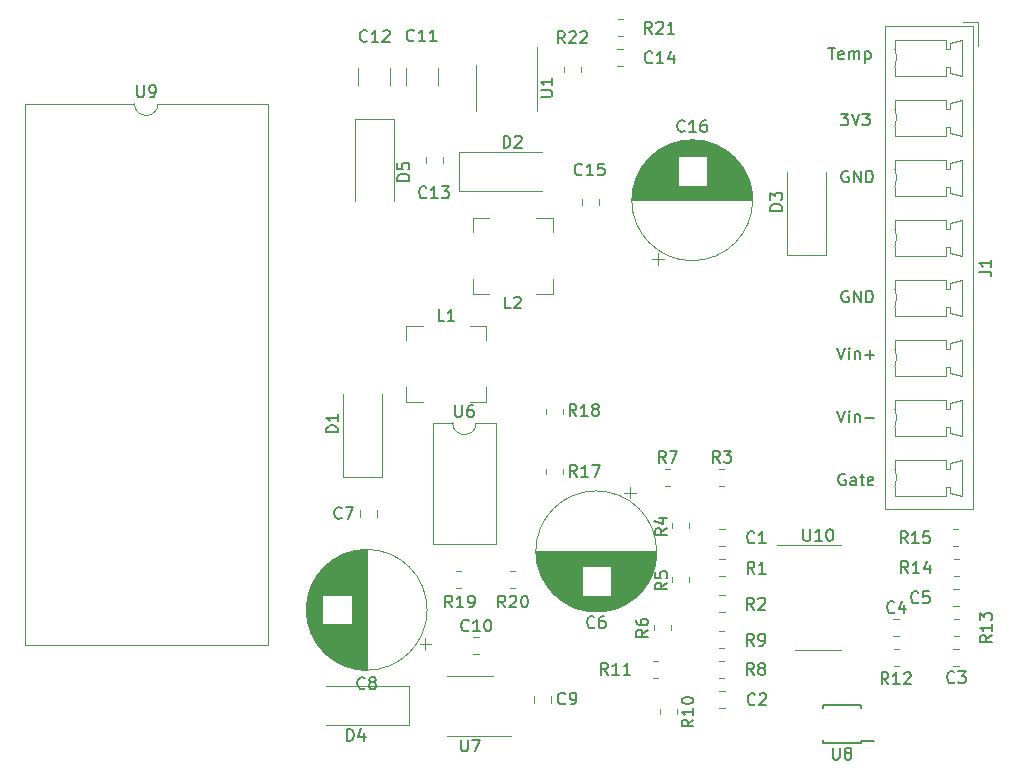
<source format=gbr>
%TF.GenerationSoftware,KiCad,Pcbnew,7.0.2*%
%TF.CreationDate,2023-05-15T17:20:20+02:00*%
%TF.ProjectId,projektkicad,70726f6a-656b-4746-9b69-6361642e6b69,rev?*%
%TF.SameCoordinates,Original*%
%TF.FileFunction,Legend,Top*%
%TF.FilePolarity,Positive*%
%FSLAX46Y46*%
G04 Gerber Fmt 4.6, Leading zero omitted, Abs format (unit mm)*
G04 Created by KiCad (PCBNEW 7.0.2) date 2023-05-15 17:20:20*
%MOMM*%
%LPD*%
G01*
G04 APERTURE LIST*
%ADD10C,0.150000*%
%ADD11C,0.120000*%
G04 APERTURE END LIST*
D10*
X191769904Y-100271238D02*
X191674666Y-100223619D01*
X191674666Y-100223619D02*
X191531809Y-100223619D01*
X191531809Y-100223619D02*
X191388952Y-100271238D01*
X191388952Y-100271238D02*
X191293714Y-100366476D01*
X191293714Y-100366476D02*
X191246095Y-100461714D01*
X191246095Y-100461714D02*
X191198476Y-100652190D01*
X191198476Y-100652190D02*
X191198476Y-100795047D01*
X191198476Y-100795047D02*
X191246095Y-100985523D01*
X191246095Y-100985523D02*
X191293714Y-101080761D01*
X191293714Y-101080761D02*
X191388952Y-101176000D01*
X191388952Y-101176000D02*
X191531809Y-101223619D01*
X191531809Y-101223619D02*
X191627047Y-101223619D01*
X191627047Y-101223619D02*
X191769904Y-101176000D01*
X191769904Y-101176000D02*
X191817523Y-101128380D01*
X191817523Y-101128380D02*
X191817523Y-100795047D01*
X191817523Y-100795047D02*
X191627047Y-100795047D01*
X192674666Y-101223619D02*
X192674666Y-100699809D01*
X192674666Y-100699809D02*
X192627047Y-100604571D01*
X192627047Y-100604571D02*
X192531809Y-100556952D01*
X192531809Y-100556952D02*
X192341333Y-100556952D01*
X192341333Y-100556952D02*
X192246095Y-100604571D01*
X192674666Y-101176000D02*
X192579428Y-101223619D01*
X192579428Y-101223619D02*
X192341333Y-101223619D01*
X192341333Y-101223619D02*
X192246095Y-101176000D01*
X192246095Y-101176000D02*
X192198476Y-101080761D01*
X192198476Y-101080761D02*
X192198476Y-100985523D01*
X192198476Y-100985523D02*
X192246095Y-100890285D01*
X192246095Y-100890285D02*
X192341333Y-100842666D01*
X192341333Y-100842666D02*
X192579428Y-100842666D01*
X192579428Y-100842666D02*
X192674666Y-100795047D01*
X193008000Y-100556952D02*
X193388952Y-100556952D01*
X193150857Y-100223619D02*
X193150857Y-101080761D01*
X193150857Y-101080761D02*
X193198476Y-101176000D01*
X193198476Y-101176000D02*
X193293714Y-101223619D01*
X193293714Y-101223619D02*
X193388952Y-101223619D01*
X194103238Y-101176000D02*
X194008000Y-101223619D01*
X194008000Y-101223619D02*
X193817524Y-101223619D01*
X193817524Y-101223619D02*
X193722286Y-101176000D01*
X193722286Y-101176000D02*
X193674667Y-101080761D01*
X193674667Y-101080761D02*
X193674667Y-100699809D01*
X193674667Y-100699809D02*
X193722286Y-100604571D01*
X193722286Y-100604571D02*
X193817524Y-100556952D01*
X193817524Y-100556952D02*
X194008000Y-100556952D01*
X194008000Y-100556952D02*
X194103238Y-100604571D01*
X194103238Y-100604571D02*
X194150857Y-100699809D01*
X194150857Y-100699809D02*
X194150857Y-100795047D01*
X194150857Y-100795047D02*
X193674667Y-100890285D01*
X191103238Y-94889619D02*
X191436571Y-95889619D01*
X191436571Y-95889619D02*
X191769904Y-94889619D01*
X192103238Y-95889619D02*
X192103238Y-95222952D01*
X192103238Y-94889619D02*
X192055619Y-94937238D01*
X192055619Y-94937238D02*
X192103238Y-94984857D01*
X192103238Y-94984857D02*
X192150857Y-94937238D01*
X192150857Y-94937238D02*
X192103238Y-94889619D01*
X192103238Y-94889619D02*
X192103238Y-94984857D01*
X192579428Y-95222952D02*
X192579428Y-95889619D01*
X192579428Y-95318190D02*
X192627047Y-95270571D01*
X192627047Y-95270571D02*
X192722285Y-95222952D01*
X192722285Y-95222952D02*
X192865142Y-95222952D01*
X192865142Y-95222952D02*
X192960380Y-95270571D01*
X192960380Y-95270571D02*
X193007999Y-95365809D01*
X193007999Y-95365809D02*
X193007999Y-95889619D01*
X193484190Y-95508666D02*
X194246095Y-95508666D01*
X191103238Y-89555619D02*
X191436571Y-90555619D01*
X191436571Y-90555619D02*
X191769904Y-89555619D01*
X192103238Y-90555619D02*
X192103238Y-89888952D01*
X192103238Y-89555619D02*
X192055619Y-89603238D01*
X192055619Y-89603238D02*
X192103238Y-89650857D01*
X192103238Y-89650857D02*
X192150857Y-89603238D01*
X192150857Y-89603238D02*
X192103238Y-89555619D01*
X192103238Y-89555619D02*
X192103238Y-89650857D01*
X192579428Y-89888952D02*
X192579428Y-90555619D01*
X192579428Y-89984190D02*
X192627047Y-89936571D01*
X192627047Y-89936571D02*
X192722285Y-89888952D01*
X192722285Y-89888952D02*
X192865142Y-89888952D01*
X192865142Y-89888952D02*
X192960380Y-89936571D01*
X192960380Y-89936571D02*
X193007999Y-90031809D01*
X193007999Y-90031809D02*
X193007999Y-90555619D01*
X193484190Y-90174666D02*
X194246095Y-90174666D01*
X193865142Y-90555619D02*
X193865142Y-89793714D01*
X192023904Y-84777238D02*
X191928666Y-84729619D01*
X191928666Y-84729619D02*
X191785809Y-84729619D01*
X191785809Y-84729619D02*
X191642952Y-84777238D01*
X191642952Y-84777238D02*
X191547714Y-84872476D01*
X191547714Y-84872476D02*
X191500095Y-84967714D01*
X191500095Y-84967714D02*
X191452476Y-85158190D01*
X191452476Y-85158190D02*
X191452476Y-85301047D01*
X191452476Y-85301047D02*
X191500095Y-85491523D01*
X191500095Y-85491523D02*
X191547714Y-85586761D01*
X191547714Y-85586761D02*
X191642952Y-85682000D01*
X191642952Y-85682000D02*
X191785809Y-85729619D01*
X191785809Y-85729619D02*
X191881047Y-85729619D01*
X191881047Y-85729619D02*
X192023904Y-85682000D01*
X192023904Y-85682000D02*
X192071523Y-85634380D01*
X192071523Y-85634380D02*
X192071523Y-85301047D01*
X192071523Y-85301047D02*
X191881047Y-85301047D01*
X192500095Y-85729619D02*
X192500095Y-84729619D01*
X192500095Y-84729619D02*
X193071523Y-85729619D01*
X193071523Y-85729619D02*
X193071523Y-84729619D01*
X193547714Y-85729619D02*
X193547714Y-84729619D01*
X193547714Y-84729619D02*
X193785809Y-84729619D01*
X193785809Y-84729619D02*
X193928666Y-84777238D01*
X193928666Y-84777238D02*
X194023904Y-84872476D01*
X194023904Y-84872476D02*
X194071523Y-84967714D01*
X194071523Y-84967714D02*
X194119142Y-85158190D01*
X194119142Y-85158190D02*
X194119142Y-85301047D01*
X194119142Y-85301047D02*
X194071523Y-85491523D01*
X194071523Y-85491523D02*
X194023904Y-85586761D01*
X194023904Y-85586761D02*
X193928666Y-85682000D01*
X193928666Y-85682000D02*
X193785809Y-85729619D01*
X193785809Y-85729619D02*
X193547714Y-85729619D01*
X192023904Y-74617238D02*
X191928666Y-74569619D01*
X191928666Y-74569619D02*
X191785809Y-74569619D01*
X191785809Y-74569619D02*
X191642952Y-74617238D01*
X191642952Y-74617238D02*
X191547714Y-74712476D01*
X191547714Y-74712476D02*
X191500095Y-74807714D01*
X191500095Y-74807714D02*
X191452476Y-74998190D01*
X191452476Y-74998190D02*
X191452476Y-75141047D01*
X191452476Y-75141047D02*
X191500095Y-75331523D01*
X191500095Y-75331523D02*
X191547714Y-75426761D01*
X191547714Y-75426761D02*
X191642952Y-75522000D01*
X191642952Y-75522000D02*
X191785809Y-75569619D01*
X191785809Y-75569619D02*
X191881047Y-75569619D01*
X191881047Y-75569619D02*
X192023904Y-75522000D01*
X192023904Y-75522000D02*
X192071523Y-75474380D01*
X192071523Y-75474380D02*
X192071523Y-75141047D01*
X192071523Y-75141047D02*
X191881047Y-75141047D01*
X192500095Y-75569619D02*
X192500095Y-74569619D01*
X192500095Y-74569619D02*
X193071523Y-75569619D01*
X193071523Y-75569619D02*
X193071523Y-74569619D01*
X193547714Y-75569619D02*
X193547714Y-74569619D01*
X193547714Y-74569619D02*
X193785809Y-74569619D01*
X193785809Y-74569619D02*
X193928666Y-74617238D01*
X193928666Y-74617238D02*
X194023904Y-74712476D01*
X194023904Y-74712476D02*
X194071523Y-74807714D01*
X194071523Y-74807714D02*
X194119142Y-74998190D01*
X194119142Y-74998190D02*
X194119142Y-75141047D01*
X194119142Y-75141047D02*
X194071523Y-75331523D01*
X194071523Y-75331523D02*
X194023904Y-75426761D01*
X194023904Y-75426761D02*
X193928666Y-75522000D01*
X193928666Y-75522000D02*
X193785809Y-75569619D01*
X193785809Y-75569619D02*
X193547714Y-75569619D01*
X191404857Y-69743619D02*
X192023904Y-69743619D01*
X192023904Y-69743619D02*
X191690571Y-70124571D01*
X191690571Y-70124571D02*
X191833428Y-70124571D01*
X191833428Y-70124571D02*
X191928666Y-70172190D01*
X191928666Y-70172190D02*
X191976285Y-70219809D01*
X191976285Y-70219809D02*
X192023904Y-70315047D01*
X192023904Y-70315047D02*
X192023904Y-70553142D01*
X192023904Y-70553142D02*
X191976285Y-70648380D01*
X191976285Y-70648380D02*
X191928666Y-70696000D01*
X191928666Y-70696000D02*
X191833428Y-70743619D01*
X191833428Y-70743619D02*
X191547714Y-70743619D01*
X191547714Y-70743619D02*
X191452476Y-70696000D01*
X191452476Y-70696000D02*
X191404857Y-70648380D01*
X192309619Y-69743619D02*
X192642952Y-70743619D01*
X192642952Y-70743619D02*
X192976285Y-69743619D01*
X193214381Y-69743619D02*
X193833428Y-69743619D01*
X193833428Y-69743619D02*
X193500095Y-70124571D01*
X193500095Y-70124571D02*
X193642952Y-70124571D01*
X193642952Y-70124571D02*
X193738190Y-70172190D01*
X193738190Y-70172190D02*
X193785809Y-70219809D01*
X193785809Y-70219809D02*
X193833428Y-70315047D01*
X193833428Y-70315047D02*
X193833428Y-70553142D01*
X193833428Y-70553142D02*
X193785809Y-70648380D01*
X193785809Y-70648380D02*
X193738190Y-70696000D01*
X193738190Y-70696000D02*
X193642952Y-70743619D01*
X193642952Y-70743619D02*
X193357238Y-70743619D01*
X193357238Y-70743619D02*
X193262000Y-70696000D01*
X193262000Y-70696000D02*
X193214381Y-70648380D01*
X190341238Y-64155619D02*
X190912666Y-64155619D01*
X190626952Y-65155619D02*
X190626952Y-64155619D01*
X191626952Y-65108000D02*
X191531714Y-65155619D01*
X191531714Y-65155619D02*
X191341238Y-65155619D01*
X191341238Y-65155619D02*
X191246000Y-65108000D01*
X191246000Y-65108000D02*
X191198381Y-65012761D01*
X191198381Y-65012761D02*
X191198381Y-64631809D01*
X191198381Y-64631809D02*
X191246000Y-64536571D01*
X191246000Y-64536571D02*
X191341238Y-64488952D01*
X191341238Y-64488952D02*
X191531714Y-64488952D01*
X191531714Y-64488952D02*
X191626952Y-64536571D01*
X191626952Y-64536571D02*
X191674571Y-64631809D01*
X191674571Y-64631809D02*
X191674571Y-64727047D01*
X191674571Y-64727047D02*
X191198381Y-64822285D01*
X192103143Y-65155619D02*
X192103143Y-64488952D01*
X192103143Y-64584190D02*
X192150762Y-64536571D01*
X192150762Y-64536571D02*
X192246000Y-64488952D01*
X192246000Y-64488952D02*
X192388857Y-64488952D01*
X192388857Y-64488952D02*
X192484095Y-64536571D01*
X192484095Y-64536571D02*
X192531714Y-64631809D01*
X192531714Y-64631809D02*
X192531714Y-65155619D01*
X192531714Y-64631809D02*
X192579333Y-64536571D01*
X192579333Y-64536571D02*
X192674571Y-64488952D01*
X192674571Y-64488952D02*
X192817428Y-64488952D01*
X192817428Y-64488952D02*
X192912667Y-64536571D01*
X192912667Y-64536571D02*
X192960286Y-64631809D01*
X192960286Y-64631809D02*
X192960286Y-65155619D01*
X193436476Y-64488952D02*
X193436476Y-65488952D01*
X193436476Y-64536571D02*
X193531714Y-64488952D01*
X193531714Y-64488952D02*
X193722190Y-64488952D01*
X193722190Y-64488952D02*
X193817428Y-64536571D01*
X193817428Y-64536571D02*
X193865047Y-64584190D01*
X193865047Y-64584190D02*
X193912666Y-64679428D01*
X193912666Y-64679428D02*
X193912666Y-64965142D01*
X193912666Y-64965142D02*
X193865047Y-65060380D01*
X193865047Y-65060380D02*
X193817428Y-65108000D01*
X193817428Y-65108000D02*
X193722190Y-65155619D01*
X193722190Y-65155619D02*
X193531714Y-65155619D01*
X193531714Y-65155619D02*
X193436476Y-65108000D01*
%TO.C,J1*%
X203132619Y-83137333D02*
X203846904Y-83137333D01*
X203846904Y-83137333D02*
X203989761Y-83184952D01*
X203989761Y-83184952D02*
X204085000Y-83280190D01*
X204085000Y-83280190D02*
X204132619Y-83423047D01*
X204132619Y-83423047D02*
X204132619Y-83518285D01*
X204132619Y-82137333D02*
X204132619Y-82708761D01*
X204132619Y-82423047D02*
X203132619Y-82423047D01*
X203132619Y-82423047D02*
X203275476Y-82518285D01*
X203275476Y-82518285D02*
X203370714Y-82613523D01*
X203370714Y-82613523D02*
X203418333Y-82708761D01*
%TO.C,R21*%
X175404542Y-62972019D02*
X175071209Y-62495828D01*
X174833114Y-62972019D02*
X174833114Y-61972019D01*
X174833114Y-61972019D02*
X175214066Y-61972019D01*
X175214066Y-61972019D02*
X175309304Y-62019638D01*
X175309304Y-62019638D02*
X175356923Y-62067257D01*
X175356923Y-62067257D02*
X175404542Y-62162495D01*
X175404542Y-62162495D02*
X175404542Y-62305352D01*
X175404542Y-62305352D02*
X175356923Y-62400590D01*
X175356923Y-62400590D02*
X175309304Y-62448209D01*
X175309304Y-62448209D02*
X175214066Y-62495828D01*
X175214066Y-62495828D02*
X174833114Y-62495828D01*
X175785495Y-62067257D02*
X175833114Y-62019638D01*
X175833114Y-62019638D02*
X175928352Y-61972019D01*
X175928352Y-61972019D02*
X176166447Y-61972019D01*
X176166447Y-61972019D02*
X176261685Y-62019638D01*
X176261685Y-62019638D02*
X176309304Y-62067257D01*
X176309304Y-62067257D02*
X176356923Y-62162495D01*
X176356923Y-62162495D02*
X176356923Y-62257733D01*
X176356923Y-62257733D02*
X176309304Y-62400590D01*
X176309304Y-62400590D02*
X175737876Y-62972019D01*
X175737876Y-62972019D02*
X176356923Y-62972019D01*
X177309304Y-62972019D02*
X176737876Y-62972019D01*
X177023590Y-62972019D02*
X177023590Y-61972019D01*
X177023590Y-61972019D02*
X176928352Y-62114876D01*
X176928352Y-62114876D02*
X176833114Y-62210114D01*
X176833114Y-62210114D02*
X176737876Y-62257733D01*
%TO.C,C12*%
X151299942Y-63587980D02*
X151252323Y-63635600D01*
X151252323Y-63635600D02*
X151109466Y-63683219D01*
X151109466Y-63683219D02*
X151014228Y-63683219D01*
X151014228Y-63683219D02*
X150871371Y-63635600D01*
X150871371Y-63635600D02*
X150776133Y-63540361D01*
X150776133Y-63540361D02*
X150728514Y-63445123D01*
X150728514Y-63445123D02*
X150680895Y-63254647D01*
X150680895Y-63254647D02*
X150680895Y-63111790D01*
X150680895Y-63111790D02*
X150728514Y-62921314D01*
X150728514Y-62921314D02*
X150776133Y-62826076D01*
X150776133Y-62826076D02*
X150871371Y-62730838D01*
X150871371Y-62730838D02*
X151014228Y-62683219D01*
X151014228Y-62683219D02*
X151109466Y-62683219D01*
X151109466Y-62683219D02*
X151252323Y-62730838D01*
X151252323Y-62730838D02*
X151299942Y-62778457D01*
X152252323Y-63683219D02*
X151680895Y-63683219D01*
X151966609Y-63683219D02*
X151966609Y-62683219D01*
X151966609Y-62683219D02*
X151871371Y-62826076D01*
X151871371Y-62826076D02*
X151776133Y-62921314D01*
X151776133Y-62921314D02*
X151680895Y-62968933D01*
X152633276Y-62778457D02*
X152680895Y-62730838D01*
X152680895Y-62730838D02*
X152776133Y-62683219D01*
X152776133Y-62683219D02*
X153014228Y-62683219D01*
X153014228Y-62683219D02*
X153109466Y-62730838D01*
X153109466Y-62730838D02*
X153157085Y-62778457D01*
X153157085Y-62778457D02*
X153204704Y-62873695D01*
X153204704Y-62873695D02*
X153204704Y-62968933D01*
X153204704Y-62968933D02*
X153157085Y-63111790D01*
X153157085Y-63111790D02*
X152585657Y-63683219D01*
X152585657Y-63683219D02*
X153204704Y-63683219D01*
%TO.C,C2*%
X184135733Y-119747380D02*
X184088114Y-119795000D01*
X184088114Y-119795000D02*
X183945257Y-119842619D01*
X183945257Y-119842619D02*
X183850019Y-119842619D01*
X183850019Y-119842619D02*
X183707162Y-119795000D01*
X183707162Y-119795000D02*
X183611924Y-119699761D01*
X183611924Y-119699761D02*
X183564305Y-119604523D01*
X183564305Y-119604523D02*
X183516686Y-119414047D01*
X183516686Y-119414047D02*
X183516686Y-119271190D01*
X183516686Y-119271190D02*
X183564305Y-119080714D01*
X183564305Y-119080714D02*
X183611924Y-118985476D01*
X183611924Y-118985476D02*
X183707162Y-118890238D01*
X183707162Y-118890238D02*
X183850019Y-118842619D01*
X183850019Y-118842619D02*
X183945257Y-118842619D01*
X183945257Y-118842619D02*
X184088114Y-118890238D01*
X184088114Y-118890238D02*
X184135733Y-118937857D01*
X184516686Y-118937857D02*
X184564305Y-118890238D01*
X184564305Y-118890238D02*
X184659543Y-118842619D01*
X184659543Y-118842619D02*
X184897638Y-118842619D01*
X184897638Y-118842619D02*
X184992876Y-118890238D01*
X184992876Y-118890238D02*
X185040495Y-118937857D01*
X185040495Y-118937857D02*
X185088114Y-119033095D01*
X185088114Y-119033095D02*
X185088114Y-119128333D01*
X185088114Y-119128333D02*
X185040495Y-119271190D01*
X185040495Y-119271190D02*
X184469067Y-119842619D01*
X184469067Y-119842619D02*
X185088114Y-119842619D01*
%TO.C,C13*%
X156303742Y-76821380D02*
X156256123Y-76869000D01*
X156256123Y-76869000D02*
X156113266Y-76916619D01*
X156113266Y-76916619D02*
X156018028Y-76916619D01*
X156018028Y-76916619D02*
X155875171Y-76869000D01*
X155875171Y-76869000D02*
X155779933Y-76773761D01*
X155779933Y-76773761D02*
X155732314Y-76678523D01*
X155732314Y-76678523D02*
X155684695Y-76488047D01*
X155684695Y-76488047D02*
X155684695Y-76345190D01*
X155684695Y-76345190D02*
X155732314Y-76154714D01*
X155732314Y-76154714D02*
X155779933Y-76059476D01*
X155779933Y-76059476D02*
X155875171Y-75964238D01*
X155875171Y-75964238D02*
X156018028Y-75916619D01*
X156018028Y-75916619D02*
X156113266Y-75916619D01*
X156113266Y-75916619D02*
X156256123Y-75964238D01*
X156256123Y-75964238D02*
X156303742Y-76011857D01*
X157256123Y-76916619D02*
X156684695Y-76916619D01*
X156970409Y-76916619D02*
X156970409Y-75916619D01*
X156970409Y-75916619D02*
X156875171Y-76059476D01*
X156875171Y-76059476D02*
X156779933Y-76154714D01*
X156779933Y-76154714D02*
X156684695Y-76202333D01*
X157589457Y-75916619D02*
X158208504Y-75916619D01*
X158208504Y-75916619D02*
X157875171Y-76297571D01*
X157875171Y-76297571D02*
X158018028Y-76297571D01*
X158018028Y-76297571D02*
X158113266Y-76345190D01*
X158113266Y-76345190D02*
X158160885Y-76392809D01*
X158160885Y-76392809D02*
X158208504Y-76488047D01*
X158208504Y-76488047D02*
X158208504Y-76726142D01*
X158208504Y-76726142D02*
X158160885Y-76821380D01*
X158160885Y-76821380D02*
X158113266Y-76869000D01*
X158113266Y-76869000D02*
X158018028Y-76916619D01*
X158018028Y-76916619D02*
X157732314Y-76916619D01*
X157732314Y-76916619D02*
X157637076Y-76869000D01*
X157637076Y-76869000D02*
X157589457Y-76821380D01*
%TO.C,R15*%
X197045342Y-106126619D02*
X196712009Y-105650428D01*
X196473914Y-106126619D02*
X196473914Y-105126619D01*
X196473914Y-105126619D02*
X196854866Y-105126619D01*
X196854866Y-105126619D02*
X196950104Y-105174238D01*
X196950104Y-105174238D02*
X196997723Y-105221857D01*
X196997723Y-105221857D02*
X197045342Y-105317095D01*
X197045342Y-105317095D02*
X197045342Y-105459952D01*
X197045342Y-105459952D02*
X196997723Y-105555190D01*
X196997723Y-105555190D02*
X196950104Y-105602809D01*
X196950104Y-105602809D02*
X196854866Y-105650428D01*
X196854866Y-105650428D02*
X196473914Y-105650428D01*
X197997723Y-106126619D02*
X197426295Y-106126619D01*
X197712009Y-106126619D02*
X197712009Y-105126619D01*
X197712009Y-105126619D02*
X197616771Y-105269476D01*
X197616771Y-105269476D02*
X197521533Y-105364714D01*
X197521533Y-105364714D02*
X197426295Y-105412333D01*
X198902485Y-105126619D02*
X198426295Y-105126619D01*
X198426295Y-105126619D02*
X198378676Y-105602809D01*
X198378676Y-105602809D02*
X198426295Y-105555190D01*
X198426295Y-105555190D02*
X198521533Y-105507571D01*
X198521533Y-105507571D02*
X198759628Y-105507571D01*
X198759628Y-105507571D02*
X198854866Y-105555190D01*
X198854866Y-105555190D02*
X198902485Y-105602809D01*
X198902485Y-105602809D02*
X198950104Y-105698047D01*
X198950104Y-105698047D02*
X198950104Y-105936142D01*
X198950104Y-105936142D02*
X198902485Y-106031380D01*
X198902485Y-106031380D02*
X198854866Y-106079000D01*
X198854866Y-106079000D02*
X198759628Y-106126619D01*
X198759628Y-106126619D02*
X198521533Y-106126619D01*
X198521533Y-106126619D02*
X198426295Y-106079000D01*
X198426295Y-106079000D02*
X198378676Y-106031380D01*
%TO.C,L1*%
X157821333Y-87330619D02*
X157345143Y-87330619D01*
X157345143Y-87330619D02*
X157345143Y-86330619D01*
X158678476Y-87330619D02*
X158107048Y-87330619D01*
X158392762Y-87330619D02*
X158392762Y-86330619D01*
X158392762Y-86330619D02*
X158297524Y-86473476D01*
X158297524Y-86473476D02*
X158202286Y-86568714D01*
X158202286Y-86568714D02*
X158107048Y-86616333D01*
%TO.C,R13*%
X204170619Y-113926857D02*
X203694428Y-114260190D01*
X204170619Y-114498285D02*
X203170619Y-114498285D01*
X203170619Y-114498285D02*
X203170619Y-114117333D01*
X203170619Y-114117333D02*
X203218238Y-114022095D01*
X203218238Y-114022095D02*
X203265857Y-113974476D01*
X203265857Y-113974476D02*
X203361095Y-113926857D01*
X203361095Y-113926857D02*
X203503952Y-113926857D01*
X203503952Y-113926857D02*
X203599190Y-113974476D01*
X203599190Y-113974476D02*
X203646809Y-114022095D01*
X203646809Y-114022095D02*
X203694428Y-114117333D01*
X203694428Y-114117333D02*
X203694428Y-114498285D01*
X204170619Y-112974476D02*
X204170619Y-113545904D01*
X204170619Y-113260190D02*
X203170619Y-113260190D01*
X203170619Y-113260190D02*
X203313476Y-113355428D01*
X203313476Y-113355428D02*
X203408714Y-113450666D01*
X203408714Y-113450666D02*
X203456333Y-113545904D01*
X203170619Y-112641142D02*
X203170619Y-112022095D01*
X203170619Y-112022095D02*
X203551571Y-112355428D01*
X203551571Y-112355428D02*
X203551571Y-112212571D01*
X203551571Y-112212571D02*
X203599190Y-112117333D01*
X203599190Y-112117333D02*
X203646809Y-112069714D01*
X203646809Y-112069714D02*
X203742047Y-112022095D01*
X203742047Y-112022095D02*
X203980142Y-112022095D01*
X203980142Y-112022095D02*
X204075380Y-112069714D01*
X204075380Y-112069714D02*
X204123000Y-112117333D01*
X204123000Y-112117333D02*
X204170619Y-112212571D01*
X204170619Y-112212571D02*
X204170619Y-112498285D01*
X204170619Y-112498285D02*
X204123000Y-112593523D01*
X204123000Y-112593523D02*
X204075380Y-112641142D01*
%TO.C,C14*%
X175429942Y-65391380D02*
X175382323Y-65439000D01*
X175382323Y-65439000D02*
X175239466Y-65486619D01*
X175239466Y-65486619D02*
X175144228Y-65486619D01*
X175144228Y-65486619D02*
X175001371Y-65439000D01*
X175001371Y-65439000D02*
X174906133Y-65343761D01*
X174906133Y-65343761D02*
X174858514Y-65248523D01*
X174858514Y-65248523D02*
X174810895Y-65058047D01*
X174810895Y-65058047D02*
X174810895Y-64915190D01*
X174810895Y-64915190D02*
X174858514Y-64724714D01*
X174858514Y-64724714D02*
X174906133Y-64629476D01*
X174906133Y-64629476D02*
X175001371Y-64534238D01*
X175001371Y-64534238D02*
X175144228Y-64486619D01*
X175144228Y-64486619D02*
X175239466Y-64486619D01*
X175239466Y-64486619D02*
X175382323Y-64534238D01*
X175382323Y-64534238D02*
X175429942Y-64581857D01*
X176382323Y-65486619D02*
X175810895Y-65486619D01*
X176096609Y-65486619D02*
X176096609Y-64486619D01*
X176096609Y-64486619D02*
X176001371Y-64629476D01*
X176001371Y-64629476D02*
X175906133Y-64724714D01*
X175906133Y-64724714D02*
X175810895Y-64772333D01*
X177239466Y-64819952D02*
X177239466Y-65486619D01*
X177001371Y-64439000D02*
X176763276Y-65153285D01*
X176763276Y-65153285D02*
X177382323Y-65153285D01*
%TO.C,R2*%
X184034133Y-111740019D02*
X183700800Y-111263828D01*
X183462705Y-111740019D02*
X183462705Y-110740019D01*
X183462705Y-110740019D02*
X183843657Y-110740019D01*
X183843657Y-110740019D02*
X183938895Y-110787638D01*
X183938895Y-110787638D02*
X183986514Y-110835257D01*
X183986514Y-110835257D02*
X184034133Y-110930495D01*
X184034133Y-110930495D02*
X184034133Y-111073352D01*
X184034133Y-111073352D02*
X183986514Y-111168590D01*
X183986514Y-111168590D02*
X183938895Y-111216209D01*
X183938895Y-111216209D02*
X183843657Y-111263828D01*
X183843657Y-111263828D02*
X183462705Y-111263828D01*
X184415086Y-110835257D02*
X184462705Y-110787638D01*
X184462705Y-110787638D02*
X184557943Y-110740019D01*
X184557943Y-110740019D02*
X184796038Y-110740019D01*
X184796038Y-110740019D02*
X184891276Y-110787638D01*
X184891276Y-110787638D02*
X184938895Y-110835257D01*
X184938895Y-110835257D02*
X184986514Y-110930495D01*
X184986514Y-110930495D02*
X184986514Y-111025733D01*
X184986514Y-111025733D02*
X184938895Y-111168590D01*
X184938895Y-111168590D02*
X184367467Y-111740019D01*
X184367467Y-111740019D02*
X184986514Y-111740019D01*
%TO.C,R3*%
X181163933Y-99294019D02*
X180830600Y-98817828D01*
X180592505Y-99294019D02*
X180592505Y-98294019D01*
X180592505Y-98294019D02*
X180973457Y-98294019D01*
X180973457Y-98294019D02*
X181068695Y-98341638D01*
X181068695Y-98341638D02*
X181116314Y-98389257D01*
X181116314Y-98389257D02*
X181163933Y-98484495D01*
X181163933Y-98484495D02*
X181163933Y-98627352D01*
X181163933Y-98627352D02*
X181116314Y-98722590D01*
X181116314Y-98722590D02*
X181068695Y-98770209D01*
X181068695Y-98770209D02*
X180973457Y-98817828D01*
X180973457Y-98817828D02*
X180592505Y-98817828D01*
X181497267Y-98294019D02*
X182116314Y-98294019D01*
X182116314Y-98294019D02*
X181782981Y-98674971D01*
X181782981Y-98674971D02*
X181925838Y-98674971D01*
X181925838Y-98674971D02*
X182021076Y-98722590D01*
X182021076Y-98722590D02*
X182068695Y-98770209D01*
X182068695Y-98770209D02*
X182116314Y-98865447D01*
X182116314Y-98865447D02*
X182116314Y-99103542D01*
X182116314Y-99103542D02*
X182068695Y-99198780D01*
X182068695Y-99198780D02*
X182021076Y-99246400D01*
X182021076Y-99246400D02*
X181925838Y-99294019D01*
X181925838Y-99294019D02*
X181640124Y-99294019D01*
X181640124Y-99294019D02*
X181544886Y-99246400D01*
X181544886Y-99246400D02*
X181497267Y-99198780D01*
%TO.C,R17*%
X169054542Y-100487819D02*
X168721209Y-100011628D01*
X168483114Y-100487819D02*
X168483114Y-99487819D01*
X168483114Y-99487819D02*
X168864066Y-99487819D01*
X168864066Y-99487819D02*
X168959304Y-99535438D01*
X168959304Y-99535438D02*
X169006923Y-99583057D01*
X169006923Y-99583057D02*
X169054542Y-99678295D01*
X169054542Y-99678295D02*
X169054542Y-99821152D01*
X169054542Y-99821152D02*
X169006923Y-99916390D01*
X169006923Y-99916390D02*
X168959304Y-99964009D01*
X168959304Y-99964009D02*
X168864066Y-100011628D01*
X168864066Y-100011628D02*
X168483114Y-100011628D01*
X170006923Y-100487819D02*
X169435495Y-100487819D01*
X169721209Y-100487819D02*
X169721209Y-99487819D01*
X169721209Y-99487819D02*
X169625971Y-99630676D01*
X169625971Y-99630676D02*
X169530733Y-99725914D01*
X169530733Y-99725914D02*
X169435495Y-99773533D01*
X170340257Y-99487819D02*
X171006923Y-99487819D01*
X171006923Y-99487819D02*
X170578352Y-100487819D01*
%TO.C,C6*%
X170521333Y-113219580D02*
X170473714Y-113267200D01*
X170473714Y-113267200D02*
X170330857Y-113314819D01*
X170330857Y-113314819D02*
X170235619Y-113314819D01*
X170235619Y-113314819D02*
X170092762Y-113267200D01*
X170092762Y-113267200D02*
X169997524Y-113171961D01*
X169997524Y-113171961D02*
X169949905Y-113076723D01*
X169949905Y-113076723D02*
X169902286Y-112886247D01*
X169902286Y-112886247D02*
X169902286Y-112743390D01*
X169902286Y-112743390D02*
X169949905Y-112552914D01*
X169949905Y-112552914D02*
X169997524Y-112457676D01*
X169997524Y-112457676D02*
X170092762Y-112362438D01*
X170092762Y-112362438D02*
X170235619Y-112314819D01*
X170235619Y-112314819D02*
X170330857Y-112314819D01*
X170330857Y-112314819D02*
X170473714Y-112362438D01*
X170473714Y-112362438D02*
X170521333Y-112410057D01*
X171378476Y-112314819D02*
X171188000Y-112314819D01*
X171188000Y-112314819D02*
X171092762Y-112362438D01*
X171092762Y-112362438D02*
X171045143Y-112410057D01*
X171045143Y-112410057D02*
X170949905Y-112552914D01*
X170949905Y-112552914D02*
X170902286Y-112743390D01*
X170902286Y-112743390D02*
X170902286Y-113124342D01*
X170902286Y-113124342D02*
X170949905Y-113219580D01*
X170949905Y-113219580D02*
X170997524Y-113267200D01*
X170997524Y-113267200D02*
X171092762Y-113314819D01*
X171092762Y-113314819D02*
X171283238Y-113314819D01*
X171283238Y-113314819D02*
X171378476Y-113267200D01*
X171378476Y-113267200D02*
X171426095Y-113219580D01*
X171426095Y-113219580D02*
X171473714Y-113124342D01*
X171473714Y-113124342D02*
X171473714Y-112886247D01*
X171473714Y-112886247D02*
X171426095Y-112791009D01*
X171426095Y-112791009D02*
X171378476Y-112743390D01*
X171378476Y-112743390D02*
X171283238Y-112695771D01*
X171283238Y-112695771D02*
X171092762Y-112695771D01*
X171092762Y-112695771D02*
X170997524Y-112743390D01*
X170997524Y-112743390D02*
X170949905Y-112791009D01*
X170949905Y-112791009D02*
X170902286Y-112886247D01*
%TO.C,D5*%
X154854619Y-75414094D02*
X153854619Y-75414094D01*
X153854619Y-75414094D02*
X153854619Y-75175999D01*
X153854619Y-75175999D02*
X153902238Y-75033142D01*
X153902238Y-75033142D02*
X153997476Y-74937904D01*
X153997476Y-74937904D02*
X154092714Y-74890285D01*
X154092714Y-74890285D02*
X154283190Y-74842666D01*
X154283190Y-74842666D02*
X154426047Y-74842666D01*
X154426047Y-74842666D02*
X154616523Y-74890285D01*
X154616523Y-74890285D02*
X154711761Y-74937904D01*
X154711761Y-74937904D02*
X154807000Y-75033142D01*
X154807000Y-75033142D02*
X154854619Y-75175999D01*
X154854619Y-75175999D02*
X154854619Y-75414094D01*
X153854619Y-73937904D02*
X153854619Y-74414094D01*
X153854619Y-74414094D02*
X154330809Y-74461713D01*
X154330809Y-74461713D02*
X154283190Y-74414094D01*
X154283190Y-74414094D02*
X154235571Y-74318856D01*
X154235571Y-74318856D02*
X154235571Y-74080761D01*
X154235571Y-74080761D02*
X154283190Y-73985523D01*
X154283190Y-73985523D02*
X154330809Y-73937904D01*
X154330809Y-73937904D02*
X154426047Y-73890285D01*
X154426047Y-73890285D02*
X154664142Y-73890285D01*
X154664142Y-73890285D02*
X154759380Y-73937904D01*
X154759380Y-73937904D02*
X154807000Y-73985523D01*
X154807000Y-73985523D02*
X154854619Y-74080761D01*
X154854619Y-74080761D02*
X154854619Y-74318856D01*
X154854619Y-74318856D02*
X154807000Y-74414094D01*
X154807000Y-74414094D02*
X154759380Y-74461713D01*
%TO.C,R20*%
X162983942Y-111562219D02*
X162650609Y-111086028D01*
X162412514Y-111562219D02*
X162412514Y-110562219D01*
X162412514Y-110562219D02*
X162793466Y-110562219D01*
X162793466Y-110562219D02*
X162888704Y-110609838D01*
X162888704Y-110609838D02*
X162936323Y-110657457D01*
X162936323Y-110657457D02*
X162983942Y-110752695D01*
X162983942Y-110752695D02*
X162983942Y-110895552D01*
X162983942Y-110895552D02*
X162936323Y-110990790D01*
X162936323Y-110990790D02*
X162888704Y-111038409D01*
X162888704Y-111038409D02*
X162793466Y-111086028D01*
X162793466Y-111086028D02*
X162412514Y-111086028D01*
X163364895Y-110657457D02*
X163412514Y-110609838D01*
X163412514Y-110609838D02*
X163507752Y-110562219D01*
X163507752Y-110562219D02*
X163745847Y-110562219D01*
X163745847Y-110562219D02*
X163841085Y-110609838D01*
X163841085Y-110609838D02*
X163888704Y-110657457D01*
X163888704Y-110657457D02*
X163936323Y-110752695D01*
X163936323Y-110752695D02*
X163936323Y-110847933D01*
X163936323Y-110847933D02*
X163888704Y-110990790D01*
X163888704Y-110990790D02*
X163317276Y-111562219D01*
X163317276Y-111562219D02*
X163936323Y-111562219D01*
X164555371Y-110562219D02*
X164650609Y-110562219D01*
X164650609Y-110562219D02*
X164745847Y-110609838D01*
X164745847Y-110609838D02*
X164793466Y-110657457D01*
X164793466Y-110657457D02*
X164841085Y-110752695D01*
X164841085Y-110752695D02*
X164888704Y-110943171D01*
X164888704Y-110943171D02*
X164888704Y-111181266D01*
X164888704Y-111181266D02*
X164841085Y-111371742D01*
X164841085Y-111371742D02*
X164793466Y-111466980D01*
X164793466Y-111466980D02*
X164745847Y-111514600D01*
X164745847Y-111514600D02*
X164650609Y-111562219D01*
X164650609Y-111562219D02*
X164555371Y-111562219D01*
X164555371Y-111562219D02*
X164460133Y-111514600D01*
X164460133Y-111514600D02*
X164412514Y-111466980D01*
X164412514Y-111466980D02*
X164364895Y-111371742D01*
X164364895Y-111371742D02*
X164317276Y-111181266D01*
X164317276Y-111181266D02*
X164317276Y-110943171D01*
X164317276Y-110943171D02*
X164364895Y-110752695D01*
X164364895Y-110752695D02*
X164412514Y-110657457D01*
X164412514Y-110657457D02*
X164460133Y-110609838D01*
X164460133Y-110609838D02*
X164555371Y-110562219D01*
%TO.C,R4*%
X176662419Y-104865466D02*
X176186228Y-105198799D01*
X176662419Y-105436894D02*
X175662419Y-105436894D01*
X175662419Y-105436894D02*
X175662419Y-105055942D01*
X175662419Y-105055942D02*
X175710038Y-104960704D01*
X175710038Y-104960704D02*
X175757657Y-104913085D01*
X175757657Y-104913085D02*
X175852895Y-104865466D01*
X175852895Y-104865466D02*
X175995752Y-104865466D01*
X175995752Y-104865466D02*
X176090990Y-104913085D01*
X176090990Y-104913085D02*
X176138609Y-104960704D01*
X176138609Y-104960704D02*
X176186228Y-105055942D01*
X176186228Y-105055942D02*
X176186228Y-105436894D01*
X175995752Y-104008323D02*
X176662419Y-104008323D01*
X175614800Y-104246418D02*
X176329085Y-104484513D01*
X176329085Y-104484513D02*
X176329085Y-103865466D01*
%TO.C,D4*%
X149589905Y-122850619D02*
X149589905Y-121850619D01*
X149589905Y-121850619D02*
X149828000Y-121850619D01*
X149828000Y-121850619D02*
X149970857Y-121898238D01*
X149970857Y-121898238D02*
X150066095Y-121993476D01*
X150066095Y-121993476D02*
X150113714Y-122088714D01*
X150113714Y-122088714D02*
X150161333Y-122279190D01*
X150161333Y-122279190D02*
X150161333Y-122422047D01*
X150161333Y-122422047D02*
X150113714Y-122612523D01*
X150113714Y-122612523D02*
X150066095Y-122707761D01*
X150066095Y-122707761D02*
X149970857Y-122803000D01*
X149970857Y-122803000D02*
X149828000Y-122850619D01*
X149828000Y-122850619D02*
X149589905Y-122850619D01*
X151018476Y-122183952D02*
X151018476Y-122850619D01*
X150780381Y-121803000D02*
X150542286Y-122517285D01*
X150542286Y-122517285D02*
X151161333Y-122517285D01*
%TO.C,C11*%
X155262342Y-63537180D02*
X155214723Y-63584800D01*
X155214723Y-63584800D02*
X155071866Y-63632419D01*
X155071866Y-63632419D02*
X154976628Y-63632419D01*
X154976628Y-63632419D02*
X154833771Y-63584800D01*
X154833771Y-63584800D02*
X154738533Y-63489561D01*
X154738533Y-63489561D02*
X154690914Y-63394323D01*
X154690914Y-63394323D02*
X154643295Y-63203847D01*
X154643295Y-63203847D02*
X154643295Y-63060990D01*
X154643295Y-63060990D02*
X154690914Y-62870514D01*
X154690914Y-62870514D02*
X154738533Y-62775276D01*
X154738533Y-62775276D02*
X154833771Y-62680038D01*
X154833771Y-62680038D02*
X154976628Y-62632419D01*
X154976628Y-62632419D02*
X155071866Y-62632419D01*
X155071866Y-62632419D02*
X155214723Y-62680038D01*
X155214723Y-62680038D02*
X155262342Y-62727657D01*
X156214723Y-63632419D02*
X155643295Y-63632419D01*
X155929009Y-63632419D02*
X155929009Y-62632419D01*
X155929009Y-62632419D02*
X155833771Y-62775276D01*
X155833771Y-62775276D02*
X155738533Y-62870514D01*
X155738533Y-62870514D02*
X155643295Y-62918133D01*
X157167104Y-63632419D02*
X156595676Y-63632419D01*
X156881390Y-63632419D02*
X156881390Y-62632419D01*
X156881390Y-62632419D02*
X156786152Y-62775276D01*
X156786152Y-62775276D02*
X156690914Y-62870514D01*
X156690914Y-62870514D02*
X156595676Y-62918133D01*
%TO.C,R12*%
X195419742Y-118064619D02*
X195086409Y-117588428D01*
X194848314Y-118064619D02*
X194848314Y-117064619D01*
X194848314Y-117064619D02*
X195229266Y-117064619D01*
X195229266Y-117064619D02*
X195324504Y-117112238D01*
X195324504Y-117112238D02*
X195372123Y-117159857D01*
X195372123Y-117159857D02*
X195419742Y-117255095D01*
X195419742Y-117255095D02*
X195419742Y-117397952D01*
X195419742Y-117397952D02*
X195372123Y-117493190D01*
X195372123Y-117493190D02*
X195324504Y-117540809D01*
X195324504Y-117540809D02*
X195229266Y-117588428D01*
X195229266Y-117588428D02*
X194848314Y-117588428D01*
X196372123Y-118064619D02*
X195800695Y-118064619D01*
X196086409Y-118064619D02*
X196086409Y-117064619D01*
X196086409Y-117064619D02*
X195991171Y-117207476D01*
X195991171Y-117207476D02*
X195895933Y-117302714D01*
X195895933Y-117302714D02*
X195800695Y-117350333D01*
X196753076Y-117159857D02*
X196800695Y-117112238D01*
X196800695Y-117112238D02*
X196895933Y-117064619D01*
X196895933Y-117064619D02*
X197134028Y-117064619D01*
X197134028Y-117064619D02*
X197229266Y-117112238D01*
X197229266Y-117112238D02*
X197276885Y-117159857D01*
X197276885Y-117159857D02*
X197324504Y-117255095D01*
X197324504Y-117255095D02*
X197324504Y-117350333D01*
X197324504Y-117350333D02*
X197276885Y-117493190D01*
X197276885Y-117493190D02*
X196705457Y-118064619D01*
X196705457Y-118064619D02*
X197324504Y-118064619D01*
%TO.C,C7*%
X149134533Y-103977880D02*
X149086914Y-104025500D01*
X149086914Y-104025500D02*
X148944057Y-104073119D01*
X148944057Y-104073119D02*
X148848819Y-104073119D01*
X148848819Y-104073119D02*
X148705962Y-104025500D01*
X148705962Y-104025500D02*
X148610724Y-103930261D01*
X148610724Y-103930261D02*
X148563105Y-103835023D01*
X148563105Y-103835023D02*
X148515486Y-103644547D01*
X148515486Y-103644547D02*
X148515486Y-103501690D01*
X148515486Y-103501690D02*
X148563105Y-103311214D01*
X148563105Y-103311214D02*
X148610724Y-103215976D01*
X148610724Y-103215976D02*
X148705962Y-103120738D01*
X148705962Y-103120738D02*
X148848819Y-103073119D01*
X148848819Y-103073119D02*
X148944057Y-103073119D01*
X148944057Y-103073119D02*
X149086914Y-103120738D01*
X149086914Y-103120738D02*
X149134533Y-103168357D01*
X149467867Y-103073119D02*
X150134533Y-103073119D01*
X150134533Y-103073119D02*
X149705962Y-104073119D01*
%TO.C,R6*%
X175062219Y-113450666D02*
X174586028Y-113783999D01*
X175062219Y-114022094D02*
X174062219Y-114022094D01*
X174062219Y-114022094D02*
X174062219Y-113641142D01*
X174062219Y-113641142D02*
X174109838Y-113545904D01*
X174109838Y-113545904D02*
X174157457Y-113498285D01*
X174157457Y-113498285D02*
X174252695Y-113450666D01*
X174252695Y-113450666D02*
X174395552Y-113450666D01*
X174395552Y-113450666D02*
X174490790Y-113498285D01*
X174490790Y-113498285D02*
X174538409Y-113545904D01*
X174538409Y-113545904D02*
X174586028Y-113641142D01*
X174586028Y-113641142D02*
X174586028Y-114022094D01*
X174062219Y-112593523D02*
X174062219Y-112783999D01*
X174062219Y-112783999D02*
X174109838Y-112879237D01*
X174109838Y-112879237D02*
X174157457Y-112926856D01*
X174157457Y-112926856D02*
X174300314Y-113022094D01*
X174300314Y-113022094D02*
X174490790Y-113069713D01*
X174490790Y-113069713D02*
X174871742Y-113069713D01*
X174871742Y-113069713D02*
X174966980Y-113022094D01*
X174966980Y-113022094D02*
X175014600Y-112974475D01*
X175014600Y-112974475D02*
X175062219Y-112879237D01*
X175062219Y-112879237D02*
X175062219Y-112688761D01*
X175062219Y-112688761D02*
X175014600Y-112593523D01*
X175014600Y-112593523D02*
X174966980Y-112545904D01*
X174966980Y-112545904D02*
X174871742Y-112498285D01*
X174871742Y-112498285D02*
X174633647Y-112498285D01*
X174633647Y-112498285D02*
X174538409Y-112545904D01*
X174538409Y-112545904D02*
X174490790Y-112593523D01*
X174490790Y-112593523D02*
X174443171Y-112688761D01*
X174443171Y-112688761D02*
X174443171Y-112879237D01*
X174443171Y-112879237D02*
X174490790Y-112974475D01*
X174490790Y-112974475D02*
X174538409Y-113022094D01*
X174538409Y-113022094D02*
X174633647Y-113069713D01*
%TO.C,D3*%
X186430619Y-77954094D02*
X185430619Y-77954094D01*
X185430619Y-77954094D02*
X185430619Y-77715999D01*
X185430619Y-77715999D02*
X185478238Y-77573142D01*
X185478238Y-77573142D02*
X185573476Y-77477904D01*
X185573476Y-77477904D02*
X185668714Y-77430285D01*
X185668714Y-77430285D02*
X185859190Y-77382666D01*
X185859190Y-77382666D02*
X186002047Y-77382666D01*
X186002047Y-77382666D02*
X186192523Y-77430285D01*
X186192523Y-77430285D02*
X186287761Y-77477904D01*
X186287761Y-77477904D02*
X186383000Y-77573142D01*
X186383000Y-77573142D02*
X186430619Y-77715999D01*
X186430619Y-77715999D02*
X186430619Y-77954094D01*
X185430619Y-77049332D02*
X185430619Y-76430285D01*
X185430619Y-76430285D02*
X185811571Y-76763618D01*
X185811571Y-76763618D02*
X185811571Y-76620761D01*
X185811571Y-76620761D02*
X185859190Y-76525523D01*
X185859190Y-76525523D02*
X185906809Y-76477904D01*
X185906809Y-76477904D02*
X186002047Y-76430285D01*
X186002047Y-76430285D02*
X186240142Y-76430285D01*
X186240142Y-76430285D02*
X186335380Y-76477904D01*
X186335380Y-76477904D02*
X186383000Y-76525523D01*
X186383000Y-76525523D02*
X186430619Y-76620761D01*
X186430619Y-76620761D02*
X186430619Y-76906475D01*
X186430619Y-76906475D02*
X186383000Y-77001713D01*
X186383000Y-77001713D02*
X186335380Y-77049332D01*
%TO.C,R5*%
X176687819Y-109462866D02*
X176211628Y-109796199D01*
X176687819Y-110034294D02*
X175687819Y-110034294D01*
X175687819Y-110034294D02*
X175687819Y-109653342D01*
X175687819Y-109653342D02*
X175735438Y-109558104D01*
X175735438Y-109558104D02*
X175783057Y-109510485D01*
X175783057Y-109510485D02*
X175878295Y-109462866D01*
X175878295Y-109462866D02*
X176021152Y-109462866D01*
X176021152Y-109462866D02*
X176116390Y-109510485D01*
X176116390Y-109510485D02*
X176164009Y-109558104D01*
X176164009Y-109558104D02*
X176211628Y-109653342D01*
X176211628Y-109653342D02*
X176211628Y-110034294D01*
X175687819Y-108558104D02*
X175687819Y-109034294D01*
X175687819Y-109034294D02*
X176164009Y-109081913D01*
X176164009Y-109081913D02*
X176116390Y-109034294D01*
X176116390Y-109034294D02*
X176068771Y-108939056D01*
X176068771Y-108939056D02*
X176068771Y-108700961D01*
X176068771Y-108700961D02*
X176116390Y-108605723D01*
X176116390Y-108605723D02*
X176164009Y-108558104D01*
X176164009Y-108558104D02*
X176259247Y-108510485D01*
X176259247Y-108510485D02*
X176497342Y-108510485D01*
X176497342Y-108510485D02*
X176592580Y-108558104D01*
X176592580Y-108558104D02*
X176640200Y-108605723D01*
X176640200Y-108605723D02*
X176687819Y-108700961D01*
X176687819Y-108700961D02*
X176687819Y-108939056D01*
X176687819Y-108939056D02*
X176640200Y-109034294D01*
X176640200Y-109034294D02*
X176592580Y-109081913D01*
%TO.C,C5*%
X197953333Y-111111380D02*
X197905714Y-111159000D01*
X197905714Y-111159000D02*
X197762857Y-111206619D01*
X197762857Y-111206619D02*
X197667619Y-111206619D01*
X197667619Y-111206619D02*
X197524762Y-111159000D01*
X197524762Y-111159000D02*
X197429524Y-111063761D01*
X197429524Y-111063761D02*
X197381905Y-110968523D01*
X197381905Y-110968523D02*
X197334286Y-110778047D01*
X197334286Y-110778047D02*
X197334286Y-110635190D01*
X197334286Y-110635190D02*
X197381905Y-110444714D01*
X197381905Y-110444714D02*
X197429524Y-110349476D01*
X197429524Y-110349476D02*
X197524762Y-110254238D01*
X197524762Y-110254238D02*
X197667619Y-110206619D01*
X197667619Y-110206619D02*
X197762857Y-110206619D01*
X197762857Y-110206619D02*
X197905714Y-110254238D01*
X197905714Y-110254238D02*
X197953333Y-110301857D01*
X198858095Y-110206619D02*
X198381905Y-110206619D01*
X198381905Y-110206619D02*
X198334286Y-110682809D01*
X198334286Y-110682809D02*
X198381905Y-110635190D01*
X198381905Y-110635190D02*
X198477143Y-110587571D01*
X198477143Y-110587571D02*
X198715238Y-110587571D01*
X198715238Y-110587571D02*
X198810476Y-110635190D01*
X198810476Y-110635190D02*
X198858095Y-110682809D01*
X198858095Y-110682809D02*
X198905714Y-110778047D01*
X198905714Y-110778047D02*
X198905714Y-111016142D01*
X198905714Y-111016142D02*
X198858095Y-111111380D01*
X198858095Y-111111380D02*
X198810476Y-111159000D01*
X198810476Y-111159000D02*
X198715238Y-111206619D01*
X198715238Y-111206619D02*
X198477143Y-111206619D01*
X198477143Y-111206619D02*
X198381905Y-111159000D01*
X198381905Y-111159000D02*
X198334286Y-111111380D01*
%TO.C,R10*%
X178923019Y-121064257D02*
X178446828Y-121397590D01*
X178923019Y-121635685D02*
X177923019Y-121635685D01*
X177923019Y-121635685D02*
X177923019Y-121254733D01*
X177923019Y-121254733D02*
X177970638Y-121159495D01*
X177970638Y-121159495D02*
X178018257Y-121111876D01*
X178018257Y-121111876D02*
X178113495Y-121064257D01*
X178113495Y-121064257D02*
X178256352Y-121064257D01*
X178256352Y-121064257D02*
X178351590Y-121111876D01*
X178351590Y-121111876D02*
X178399209Y-121159495D01*
X178399209Y-121159495D02*
X178446828Y-121254733D01*
X178446828Y-121254733D02*
X178446828Y-121635685D01*
X178923019Y-120111876D02*
X178923019Y-120683304D01*
X178923019Y-120397590D02*
X177923019Y-120397590D01*
X177923019Y-120397590D02*
X178065876Y-120492828D01*
X178065876Y-120492828D02*
X178161114Y-120588066D01*
X178161114Y-120588066D02*
X178208733Y-120683304D01*
X177923019Y-119492828D02*
X177923019Y-119397590D01*
X177923019Y-119397590D02*
X177970638Y-119302352D01*
X177970638Y-119302352D02*
X178018257Y-119254733D01*
X178018257Y-119254733D02*
X178113495Y-119207114D01*
X178113495Y-119207114D02*
X178303971Y-119159495D01*
X178303971Y-119159495D02*
X178542066Y-119159495D01*
X178542066Y-119159495D02*
X178732542Y-119207114D01*
X178732542Y-119207114D02*
X178827780Y-119254733D01*
X178827780Y-119254733D02*
X178875400Y-119302352D01*
X178875400Y-119302352D02*
X178923019Y-119397590D01*
X178923019Y-119397590D02*
X178923019Y-119492828D01*
X178923019Y-119492828D02*
X178875400Y-119588066D01*
X178875400Y-119588066D02*
X178827780Y-119635685D01*
X178827780Y-119635685D02*
X178732542Y-119683304D01*
X178732542Y-119683304D02*
X178542066Y-119730923D01*
X178542066Y-119730923D02*
X178303971Y-119730923D01*
X178303971Y-119730923D02*
X178113495Y-119683304D01*
X178113495Y-119683304D02*
X178018257Y-119635685D01*
X178018257Y-119635685D02*
X177970638Y-119588066D01*
X177970638Y-119588066D02*
X177923019Y-119492828D01*
%TO.C,C9*%
X168057533Y-119671180D02*
X168009914Y-119718800D01*
X168009914Y-119718800D02*
X167867057Y-119766419D01*
X167867057Y-119766419D02*
X167771819Y-119766419D01*
X167771819Y-119766419D02*
X167628962Y-119718800D01*
X167628962Y-119718800D02*
X167533724Y-119623561D01*
X167533724Y-119623561D02*
X167486105Y-119528323D01*
X167486105Y-119528323D02*
X167438486Y-119337847D01*
X167438486Y-119337847D02*
X167438486Y-119194990D01*
X167438486Y-119194990D02*
X167486105Y-119004514D01*
X167486105Y-119004514D02*
X167533724Y-118909276D01*
X167533724Y-118909276D02*
X167628962Y-118814038D01*
X167628962Y-118814038D02*
X167771819Y-118766419D01*
X167771819Y-118766419D02*
X167867057Y-118766419D01*
X167867057Y-118766419D02*
X168009914Y-118814038D01*
X168009914Y-118814038D02*
X168057533Y-118861657D01*
X168533724Y-119766419D02*
X168724200Y-119766419D01*
X168724200Y-119766419D02*
X168819438Y-119718800D01*
X168819438Y-119718800D02*
X168867057Y-119671180D01*
X168867057Y-119671180D02*
X168962295Y-119528323D01*
X168962295Y-119528323D02*
X169009914Y-119337847D01*
X169009914Y-119337847D02*
X169009914Y-118956895D01*
X169009914Y-118956895D02*
X168962295Y-118861657D01*
X168962295Y-118861657D02*
X168914676Y-118814038D01*
X168914676Y-118814038D02*
X168819438Y-118766419D01*
X168819438Y-118766419D02*
X168628962Y-118766419D01*
X168628962Y-118766419D02*
X168533724Y-118814038D01*
X168533724Y-118814038D02*
X168486105Y-118861657D01*
X168486105Y-118861657D02*
X168438486Y-118956895D01*
X168438486Y-118956895D02*
X168438486Y-119194990D01*
X168438486Y-119194990D02*
X168486105Y-119290228D01*
X168486105Y-119290228D02*
X168533724Y-119337847D01*
X168533724Y-119337847D02*
X168628962Y-119385466D01*
X168628962Y-119385466D02*
X168819438Y-119385466D01*
X168819438Y-119385466D02*
X168914676Y-119337847D01*
X168914676Y-119337847D02*
X168962295Y-119290228D01*
X168962295Y-119290228D02*
X169009914Y-119194990D01*
%TO.C,D1*%
X148838619Y-96728594D02*
X147838619Y-96728594D01*
X147838619Y-96728594D02*
X147838619Y-96490499D01*
X147838619Y-96490499D02*
X147886238Y-96347642D01*
X147886238Y-96347642D02*
X147981476Y-96252404D01*
X147981476Y-96252404D02*
X148076714Y-96204785D01*
X148076714Y-96204785D02*
X148267190Y-96157166D01*
X148267190Y-96157166D02*
X148410047Y-96157166D01*
X148410047Y-96157166D02*
X148600523Y-96204785D01*
X148600523Y-96204785D02*
X148695761Y-96252404D01*
X148695761Y-96252404D02*
X148791000Y-96347642D01*
X148791000Y-96347642D02*
X148838619Y-96490499D01*
X148838619Y-96490499D02*
X148838619Y-96728594D01*
X148838619Y-95204785D02*
X148838619Y-95776213D01*
X148838619Y-95490499D02*
X147838619Y-95490499D01*
X147838619Y-95490499D02*
X147981476Y-95585737D01*
X147981476Y-95585737D02*
X148076714Y-95680975D01*
X148076714Y-95680975D02*
X148124333Y-95776213D01*
%TO.C,U8*%
X190722095Y-123440619D02*
X190722095Y-124250142D01*
X190722095Y-124250142D02*
X190769714Y-124345380D01*
X190769714Y-124345380D02*
X190817333Y-124393000D01*
X190817333Y-124393000D02*
X190912571Y-124440619D01*
X190912571Y-124440619D02*
X191103047Y-124440619D01*
X191103047Y-124440619D02*
X191198285Y-124393000D01*
X191198285Y-124393000D02*
X191245904Y-124345380D01*
X191245904Y-124345380D02*
X191293523Y-124250142D01*
X191293523Y-124250142D02*
X191293523Y-123440619D01*
X191912571Y-123869190D02*
X191817333Y-123821571D01*
X191817333Y-123821571D02*
X191769714Y-123773952D01*
X191769714Y-123773952D02*
X191722095Y-123678714D01*
X191722095Y-123678714D02*
X191722095Y-123631095D01*
X191722095Y-123631095D02*
X191769714Y-123535857D01*
X191769714Y-123535857D02*
X191817333Y-123488238D01*
X191817333Y-123488238D02*
X191912571Y-123440619D01*
X191912571Y-123440619D02*
X192103047Y-123440619D01*
X192103047Y-123440619D02*
X192198285Y-123488238D01*
X192198285Y-123488238D02*
X192245904Y-123535857D01*
X192245904Y-123535857D02*
X192293523Y-123631095D01*
X192293523Y-123631095D02*
X192293523Y-123678714D01*
X192293523Y-123678714D02*
X192245904Y-123773952D01*
X192245904Y-123773952D02*
X192198285Y-123821571D01*
X192198285Y-123821571D02*
X192103047Y-123869190D01*
X192103047Y-123869190D02*
X191912571Y-123869190D01*
X191912571Y-123869190D02*
X191817333Y-123916809D01*
X191817333Y-123916809D02*
X191769714Y-123964428D01*
X191769714Y-123964428D02*
X191722095Y-124059666D01*
X191722095Y-124059666D02*
X191722095Y-124250142D01*
X191722095Y-124250142D02*
X191769714Y-124345380D01*
X191769714Y-124345380D02*
X191817333Y-124393000D01*
X191817333Y-124393000D02*
X191912571Y-124440619D01*
X191912571Y-124440619D02*
X192103047Y-124440619D01*
X192103047Y-124440619D02*
X192198285Y-124393000D01*
X192198285Y-124393000D02*
X192245904Y-124345380D01*
X192245904Y-124345380D02*
X192293523Y-124250142D01*
X192293523Y-124250142D02*
X192293523Y-124059666D01*
X192293523Y-124059666D02*
X192245904Y-123964428D01*
X192245904Y-123964428D02*
X192198285Y-123916809D01*
X192198285Y-123916809D02*
X192103047Y-123869190D01*
%TO.C,C8*%
X151085010Y-118377380D02*
X151037391Y-118425000D01*
X151037391Y-118425000D02*
X150894534Y-118472619D01*
X150894534Y-118472619D02*
X150799296Y-118472619D01*
X150799296Y-118472619D02*
X150656439Y-118425000D01*
X150656439Y-118425000D02*
X150561201Y-118329761D01*
X150561201Y-118329761D02*
X150513582Y-118234523D01*
X150513582Y-118234523D02*
X150465963Y-118044047D01*
X150465963Y-118044047D02*
X150465963Y-117901190D01*
X150465963Y-117901190D02*
X150513582Y-117710714D01*
X150513582Y-117710714D02*
X150561201Y-117615476D01*
X150561201Y-117615476D02*
X150656439Y-117520238D01*
X150656439Y-117520238D02*
X150799296Y-117472619D01*
X150799296Y-117472619D02*
X150894534Y-117472619D01*
X150894534Y-117472619D02*
X151037391Y-117520238D01*
X151037391Y-117520238D02*
X151085010Y-117567857D01*
X151656439Y-117901190D02*
X151561201Y-117853571D01*
X151561201Y-117853571D02*
X151513582Y-117805952D01*
X151513582Y-117805952D02*
X151465963Y-117710714D01*
X151465963Y-117710714D02*
X151465963Y-117663095D01*
X151465963Y-117663095D02*
X151513582Y-117567857D01*
X151513582Y-117567857D02*
X151561201Y-117520238D01*
X151561201Y-117520238D02*
X151656439Y-117472619D01*
X151656439Y-117472619D02*
X151846915Y-117472619D01*
X151846915Y-117472619D02*
X151942153Y-117520238D01*
X151942153Y-117520238D02*
X151989772Y-117567857D01*
X151989772Y-117567857D02*
X152037391Y-117663095D01*
X152037391Y-117663095D02*
X152037391Y-117710714D01*
X152037391Y-117710714D02*
X151989772Y-117805952D01*
X151989772Y-117805952D02*
X151942153Y-117853571D01*
X151942153Y-117853571D02*
X151846915Y-117901190D01*
X151846915Y-117901190D02*
X151656439Y-117901190D01*
X151656439Y-117901190D02*
X151561201Y-117948809D01*
X151561201Y-117948809D02*
X151513582Y-117996428D01*
X151513582Y-117996428D02*
X151465963Y-118091666D01*
X151465963Y-118091666D02*
X151465963Y-118282142D01*
X151465963Y-118282142D02*
X151513582Y-118377380D01*
X151513582Y-118377380D02*
X151561201Y-118425000D01*
X151561201Y-118425000D02*
X151656439Y-118472619D01*
X151656439Y-118472619D02*
X151846915Y-118472619D01*
X151846915Y-118472619D02*
X151942153Y-118425000D01*
X151942153Y-118425000D02*
X151989772Y-118377380D01*
X151989772Y-118377380D02*
X152037391Y-118282142D01*
X152037391Y-118282142D02*
X152037391Y-118091666D01*
X152037391Y-118091666D02*
X151989772Y-117996428D01*
X151989772Y-117996428D02*
X151942153Y-117948809D01*
X151942153Y-117948809D02*
X151846915Y-117901190D01*
%TO.C,C15*%
X169486342Y-74890980D02*
X169438723Y-74938600D01*
X169438723Y-74938600D02*
X169295866Y-74986219D01*
X169295866Y-74986219D02*
X169200628Y-74986219D01*
X169200628Y-74986219D02*
X169057771Y-74938600D01*
X169057771Y-74938600D02*
X168962533Y-74843361D01*
X168962533Y-74843361D02*
X168914914Y-74748123D01*
X168914914Y-74748123D02*
X168867295Y-74557647D01*
X168867295Y-74557647D02*
X168867295Y-74414790D01*
X168867295Y-74414790D02*
X168914914Y-74224314D01*
X168914914Y-74224314D02*
X168962533Y-74129076D01*
X168962533Y-74129076D02*
X169057771Y-74033838D01*
X169057771Y-74033838D02*
X169200628Y-73986219D01*
X169200628Y-73986219D02*
X169295866Y-73986219D01*
X169295866Y-73986219D02*
X169438723Y-74033838D01*
X169438723Y-74033838D02*
X169486342Y-74081457D01*
X170438723Y-74986219D02*
X169867295Y-74986219D01*
X170153009Y-74986219D02*
X170153009Y-73986219D01*
X170153009Y-73986219D02*
X170057771Y-74129076D01*
X170057771Y-74129076D02*
X169962533Y-74224314D01*
X169962533Y-74224314D02*
X169867295Y-74271933D01*
X171343485Y-73986219D02*
X170867295Y-73986219D01*
X170867295Y-73986219D02*
X170819676Y-74462409D01*
X170819676Y-74462409D02*
X170867295Y-74414790D01*
X170867295Y-74414790D02*
X170962533Y-74367171D01*
X170962533Y-74367171D02*
X171200628Y-74367171D01*
X171200628Y-74367171D02*
X171295866Y-74414790D01*
X171295866Y-74414790D02*
X171343485Y-74462409D01*
X171343485Y-74462409D02*
X171391104Y-74557647D01*
X171391104Y-74557647D02*
X171391104Y-74795742D01*
X171391104Y-74795742D02*
X171343485Y-74890980D01*
X171343485Y-74890980D02*
X171295866Y-74938600D01*
X171295866Y-74938600D02*
X171200628Y-74986219D01*
X171200628Y-74986219D02*
X170962533Y-74986219D01*
X170962533Y-74986219D02*
X170867295Y-74938600D01*
X170867295Y-74938600D02*
X170819676Y-74890980D01*
%TO.C,R11*%
X171670742Y-117251819D02*
X171337409Y-116775628D01*
X171099314Y-117251819D02*
X171099314Y-116251819D01*
X171099314Y-116251819D02*
X171480266Y-116251819D01*
X171480266Y-116251819D02*
X171575504Y-116299438D01*
X171575504Y-116299438D02*
X171623123Y-116347057D01*
X171623123Y-116347057D02*
X171670742Y-116442295D01*
X171670742Y-116442295D02*
X171670742Y-116585152D01*
X171670742Y-116585152D02*
X171623123Y-116680390D01*
X171623123Y-116680390D02*
X171575504Y-116728009D01*
X171575504Y-116728009D02*
X171480266Y-116775628D01*
X171480266Y-116775628D02*
X171099314Y-116775628D01*
X172623123Y-117251819D02*
X172051695Y-117251819D01*
X172337409Y-117251819D02*
X172337409Y-116251819D01*
X172337409Y-116251819D02*
X172242171Y-116394676D01*
X172242171Y-116394676D02*
X172146933Y-116489914D01*
X172146933Y-116489914D02*
X172051695Y-116537533D01*
X173575504Y-117251819D02*
X173004076Y-117251819D01*
X173289790Y-117251819D02*
X173289790Y-116251819D01*
X173289790Y-116251819D02*
X173194552Y-116394676D01*
X173194552Y-116394676D02*
X173099314Y-116489914D01*
X173099314Y-116489914D02*
X173004076Y-116537533D01*
%TO.C,U7*%
X159258095Y-122750619D02*
X159258095Y-123560142D01*
X159258095Y-123560142D02*
X159305714Y-123655380D01*
X159305714Y-123655380D02*
X159353333Y-123703000D01*
X159353333Y-123703000D02*
X159448571Y-123750619D01*
X159448571Y-123750619D02*
X159639047Y-123750619D01*
X159639047Y-123750619D02*
X159734285Y-123703000D01*
X159734285Y-123703000D02*
X159781904Y-123655380D01*
X159781904Y-123655380D02*
X159829523Y-123560142D01*
X159829523Y-123560142D02*
X159829523Y-122750619D01*
X160210476Y-122750619D02*
X160877142Y-122750619D01*
X160877142Y-122750619D02*
X160448571Y-123750619D01*
%TO.C,C4*%
X195921333Y-111949580D02*
X195873714Y-111997200D01*
X195873714Y-111997200D02*
X195730857Y-112044819D01*
X195730857Y-112044819D02*
X195635619Y-112044819D01*
X195635619Y-112044819D02*
X195492762Y-111997200D01*
X195492762Y-111997200D02*
X195397524Y-111901961D01*
X195397524Y-111901961D02*
X195349905Y-111806723D01*
X195349905Y-111806723D02*
X195302286Y-111616247D01*
X195302286Y-111616247D02*
X195302286Y-111473390D01*
X195302286Y-111473390D02*
X195349905Y-111282914D01*
X195349905Y-111282914D02*
X195397524Y-111187676D01*
X195397524Y-111187676D02*
X195492762Y-111092438D01*
X195492762Y-111092438D02*
X195635619Y-111044819D01*
X195635619Y-111044819D02*
X195730857Y-111044819D01*
X195730857Y-111044819D02*
X195873714Y-111092438D01*
X195873714Y-111092438D02*
X195921333Y-111140057D01*
X196778476Y-111378152D02*
X196778476Y-112044819D01*
X196540381Y-110997200D02*
X196302286Y-111711485D01*
X196302286Y-111711485D02*
X196921333Y-111711485D01*
%TO.C,R7*%
X176566533Y-99319419D02*
X176233200Y-98843228D01*
X175995105Y-99319419D02*
X175995105Y-98319419D01*
X175995105Y-98319419D02*
X176376057Y-98319419D01*
X176376057Y-98319419D02*
X176471295Y-98367038D01*
X176471295Y-98367038D02*
X176518914Y-98414657D01*
X176518914Y-98414657D02*
X176566533Y-98509895D01*
X176566533Y-98509895D02*
X176566533Y-98652752D01*
X176566533Y-98652752D02*
X176518914Y-98747990D01*
X176518914Y-98747990D02*
X176471295Y-98795609D01*
X176471295Y-98795609D02*
X176376057Y-98843228D01*
X176376057Y-98843228D02*
X175995105Y-98843228D01*
X176899867Y-98319419D02*
X177566533Y-98319419D01*
X177566533Y-98319419D02*
X177137962Y-99319419D01*
%TO.C,U9*%
X131826095Y-67363619D02*
X131826095Y-68173142D01*
X131826095Y-68173142D02*
X131873714Y-68268380D01*
X131873714Y-68268380D02*
X131921333Y-68316000D01*
X131921333Y-68316000D02*
X132016571Y-68363619D01*
X132016571Y-68363619D02*
X132207047Y-68363619D01*
X132207047Y-68363619D02*
X132302285Y-68316000D01*
X132302285Y-68316000D02*
X132349904Y-68268380D01*
X132349904Y-68268380D02*
X132397523Y-68173142D01*
X132397523Y-68173142D02*
X132397523Y-67363619D01*
X132921333Y-68363619D02*
X133111809Y-68363619D01*
X133111809Y-68363619D02*
X133207047Y-68316000D01*
X133207047Y-68316000D02*
X133254666Y-68268380D01*
X133254666Y-68268380D02*
X133349904Y-68125523D01*
X133349904Y-68125523D02*
X133397523Y-67935047D01*
X133397523Y-67935047D02*
X133397523Y-67554095D01*
X133397523Y-67554095D02*
X133349904Y-67458857D01*
X133349904Y-67458857D02*
X133302285Y-67411238D01*
X133302285Y-67411238D02*
X133207047Y-67363619D01*
X133207047Y-67363619D02*
X133016571Y-67363619D01*
X133016571Y-67363619D02*
X132921333Y-67411238D01*
X132921333Y-67411238D02*
X132873714Y-67458857D01*
X132873714Y-67458857D02*
X132826095Y-67554095D01*
X132826095Y-67554095D02*
X132826095Y-67792190D01*
X132826095Y-67792190D02*
X132873714Y-67887428D01*
X132873714Y-67887428D02*
X132921333Y-67935047D01*
X132921333Y-67935047D02*
X133016571Y-67982666D01*
X133016571Y-67982666D02*
X133207047Y-67982666D01*
X133207047Y-67982666D02*
X133302285Y-67935047D01*
X133302285Y-67935047D02*
X133349904Y-67887428D01*
X133349904Y-67887428D02*
X133397523Y-67792190D01*
%TO.C,R9*%
X184034133Y-114788019D02*
X183700800Y-114311828D01*
X183462705Y-114788019D02*
X183462705Y-113788019D01*
X183462705Y-113788019D02*
X183843657Y-113788019D01*
X183843657Y-113788019D02*
X183938895Y-113835638D01*
X183938895Y-113835638D02*
X183986514Y-113883257D01*
X183986514Y-113883257D02*
X184034133Y-113978495D01*
X184034133Y-113978495D02*
X184034133Y-114121352D01*
X184034133Y-114121352D02*
X183986514Y-114216590D01*
X183986514Y-114216590D02*
X183938895Y-114264209D01*
X183938895Y-114264209D02*
X183843657Y-114311828D01*
X183843657Y-114311828D02*
X183462705Y-114311828D01*
X184510324Y-114788019D02*
X184700800Y-114788019D01*
X184700800Y-114788019D02*
X184796038Y-114740400D01*
X184796038Y-114740400D02*
X184843657Y-114692780D01*
X184843657Y-114692780D02*
X184938895Y-114549923D01*
X184938895Y-114549923D02*
X184986514Y-114359447D01*
X184986514Y-114359447D02*
X184986514Y-113978495D01*
X184986514Y-113978495D02*
X184938895Y-113883257D01*
X184938895Y-113883257D02*
X184891276Y-113835638D01*
X184891276Y-113835638D02*
X184796038Y-113788019D01*
X184796038Y-113788019D02*
X184605562Y-113788019D01*
X184605562Y-113788019D02*
X184510324Y-113835638D01*
X184510324Y-113835638D02*
X184462705Y-113883257D01*
X184462705Y-113883257D02*
X184415086Y-113978495D01*
X184415086Y-113978495D02*
X184415086Y-114216590D01*
X184415086Y-114216590D02*
X184462705Y-114311828D01*
X184462705Y-114311828D02*
X184510324Y-114359447D01*
X184510324Y-114359447D02*
X184605562Y-114407066D01*
X184605562Y-114407066D02*
X184796038Y-114407066D01*
X184796038Y-114407066D02*
X184891276Y-114359447D01*
X184891276Y-114359447D02*
X184938895Y-114311828D01*
X184938895Y-114311828D02*
X184986514Y-114216590D01*
%TO.C,R1*%
X184084933Y-108692019D02*
X183751600Y-108215828D01*
X183513505Y-108692019D02*
X183513505Y-107692019D01*
X183513505Y-107692019D02*
X183894457Y-107692019D01*
X183894457Y-107692019D02*
X183989695Y-107739638D01*
X183989695Y-107739638D02*
X184037314Y-107787257D01*
X184037314Y-107787257D02*
X184084933Y-107882495D01*
X184084933Y-107882495D02*
X184084933Y-108025352D01*
X184084933Y-108025352D02*
X184037314Y-108120590D01*
X184037314Y-108120590D02*
X183989695Y-108168209D01*
X183989695Y-108168209D02*
X183894457Y-108215828D01*
X183894457Y-108215828D02*
X183513505Y-108215828D01*
X185037314Y-108692019D02*
X184465886Y-108692019D01*
X184751600Y-108692019D02*
X184751600Y-107692019D01*
X184751600Y-107692019D02*
X184656362Y-107834876D01*
X184656362Y-107834876D02*
X184561124Y-107930114D01*
X184561124Y-107930114D02*
X184465886Y-107977733D01*
%TO.C,R14*%
X197096142Y-108641219D02*
X196762809Y-108165028D01*
X196524714Y-108641219D02*
X196524714Y-107641219D01*
X196524714Y-107641219D02*
X196905666Y-107641219D01*
X196905666Y-107641219D02*
X197000904Y-107688838D01*
X197000904Y-107688838D02*
X197048523Y-107736457D01*
X197048523Y-107736457D02*
X197096142Y-107831695D01*
X197096142Y-107831695D02*
X197096142Y-107974552D01*
X197096142Y-107974552D02*
X197048523Y-108069790D01*
X197048523Y-108069790D02*
X197000904Y-108117409D01*
X197000904Y-108117409D02*
X196905666Y-108165028D01*
X196905666Y-108165028D02*
X196524714Y-108165028D01*
X198048523Y-108641219D02*
X197477095Y-108641219D01*
X197762809Y-108641219D02*
X197762809Y-107641219D01*
X197762809Y-107641219D02*
X197667571Y-107784076D01*
X197667571Y-107784076D02*
X197572333Y-107879314D01*
X197572333Y-107879314D02*
X197477095Y-107926933D01*
X198905666Y-107974552D02*
X198905666Y-108641219D01*
X198667571Y-107593600D02*
X198429476Y-108307885D01*
X198429476Y-108307885D02*
X199048523Y-108307885D01*
%TO.C,R8*%
X184034133Y-117277219D02*
X183700800Y-116801028D01*
X183462705Y-117277219D02*
X183462705Y-116277219D01*
X183462705Y-116277219D02*
X183843657Y-116277219D01*
X183843657Y-116277219D02*
X183938895Y-116324838D01*
X183938895Y-116324838D02*
X183986514Y-116372457D01*
X183986514Y-116372457D02*
X184034133Y-116467695D01*
X184034133Y-116467695D02*
X184034133Y-116610552D01*
X184034133Y-116610552D02*
X183986514Y-116705790D01*
X183986514Y-116705790D02*
X183938895Y-116753409D01*
X183938895Y-116753409D02*
X183843657Y-116801028D01*
X183843657Y-116801028D02*
X183462705Y-116801028D01*
X184605562Y-116705790D02*
X184510324Y-116658171D01*
X184510324Y-116658171D02*
X184462705Y-116610552D01*
X184462705Y-116610552D02*
X184415086Y-116515314D01*
X184415086Y-116515314D02*
X184415086Y-116467695D01*
X184415086Y-116467695D02*
X184462705Y-116372457D01*
X184462705Y-116372457D02*
X184510324Y-116324838D01*
X184510324Y-116324838D02*
X184605562Y-116277219D01*
X184605562Y-116277219D02*
X184796038Y-116277219D01*
X184796038Y-116277219D02*
X184891276Y-116324838D01*
X184891276Y-116324838D02*
X184938895Y-116372457D01*
X184938895Y-116372457D02*
X184986514Y-116467695D01*
X184986514Y-116467695D02*
X184986514Y-116515314D01*
X184986514Y-116515314D02*
X184938895Y-116610552D01*
X184938895Y-116610552D02*
X184891276Y-116658171D01*
X184891276Y-116658171D02*
X184796038Y-116705790D01*
X184796038Y-116705790D02*
X184605562Y-116705790D01*
X184605562Y-116705790D02*
X184510324Y-116753409D01*
X184510324Y-116753409D02*
X184462705Y-116801028D01*
X184462705Y-116801028D02*
X184415086Y-116896266D01*
X184415086Y-116896266D02*
X184415086Y-117086742D01*
X184415086Y-117086742D02*
X184462705Y-117181980D01*
X184462705Y-117181980D02*
X184510324Y-117229600D01*
X184510324Y-117229600D02*
X184605562Y-117277219D01*
X184605562Y-117277219D02*
X184796038Y-117277219D01*
X184796038Y-117277219D02*
X184891276Y-117229600D01*
X184891276Y-117229600D02*
X184938895Y-117181980D01*
X184938895Y-117181980D02*
X184986514Y-117086742D01*
X184986514Y-117086742D02*
X184986514Y-116896266D01*
X184986514Y-116896266D02*
X184938895Y-116801028D01*
X184938895Y-116801028D02*
X184891276Y-116753409D01*
X184891276Y-116753409D02*
X184796038Y-116705790D01*
%TO.C,R18*%
X169003742Y-95357019D02*
X168670409Y-94880828D01*
X168432314Y-95357019D02*
X168432314Y-94357019D01*
X168432314Y-94357019D02*
X168813266Y-94357019D01*
X168813266Y-94357019D02*
X168908504Y-94404638D01*
X168908504Y-94404638D02*
X168956123Y-94452257D01*
X168956123Y-94452257D02*
X169003742Y-94547495D01*
X169003742Y-94547495D02*
X169003742Y-94690352D01*
X169003742Y-94690352D02*
X168956123Y-94785590D01*
X168956123Y-94785590D02*
X168908504Y-94833209D01*
X168908504Y-94833209D02*
X168813266Y-94880828D01*
X168813266Y-94880828D02*
X168432314Y-94880828D01*
X169956123Y-95357019D02*
X169384695Y-95357019D01*
X169670409Y-95357019D02*
X169670409Y-94357019D01*
X169670409Y-94357019D02*
X169575171Y-94499876D01*
X169575171Y-94499876D02*
X169479933Y-94595114D01*
X169479933Y-94595114D02*
X169384695Y-94642733D01*
X170527552Y-94785590D02*
X170432314Y-94737971D01*
X170432314Y-94737971D02*
X170384695Y-94690352D01*
X170384695Y-94690352D02*
X170337076Y-94595114D01*
X170337076Y-94595114D02*
X170337076Y-94547495D01*
X170337076Y-94547495D02*
X170384695Y-94452257D01*
X170384695Y-94452257D02*
X170432314Y-94404638D01*
X170432314Y-94404638D02*
X170527552Y-94357019D01*
X170527552Y-94357019D02*
X170718028Y-94357019D01*
X170718028Y-94357019D02*
X170813266Y-94404638D01*
X170813266Y-94404638D02*
X170860885Y-94452257D01*
X170860885Y-94452257D02*
X170908504Y-94547495D01*
X170908504Y-94547495D02*
X170908504Y-94595114D01*
X170908504Y-94595114D02*
X170860885Y-94690352D01*
X170860885Y-94690352D02*
X170813266Y-94737971D01*
X170813266Y-94737971D02*
X170718028Y-94785590D01*
X170718028Y-94785590D02*
X170527552Y-94785590D01*
X170527552Y-94785590D02*
X170432314Y-94833209D01*
X170432314Y-94833209D02*
X170384695Y-94880828D01*
X170384695Y-94880828D02*
X170337076Y-94976066D01*
X170337076Y-94976066D02*
X170337076Y-95166542D01*
X170337076Y-95166542D02*
X170384695Y-95261780D01*
X170384695Y-95261780D02*
X170432314Y-95309400D01*
X170432314Y-95309400D02*
X170527552Y-95357019D01*
X170527552Y-95357019D02*
X170718028Y-95357019D01*
X170718028Y-95357019D02*
X170813266Y-95309400D01*
X170813266Y-95309400D02*
X170860885Y-95261780D01*
X170860885Y-95261780D02*
X170908504Y-95166542D01*
X170908504Y-95166542D02*
X170908504Y-94976066D01*
X170908504Y-94976066D02*
X170860885Y-94880828D01*
X170860885Y-94880828D02*
X170813266Y-94833209D01*
X170813266Y-94833209D02*
X170718028Y-94785590D01*
%TO.C,U10*%
X188224405Y-104926619D02*
X188224405Y-105736142D01*
X188224405Y-105736142D02*
X188272024Y-105831380D01*
X188272024Y-105831380D02*
X188319643Y-105879000D01*
X188319643Y-105879000D02*
X188414881Y-105926619D01*
X188414881Y-105926619D02*
X188605357Y-105926619D01*
X188605357Y-105926619D02*
X188700595Y-105879000D01*
X188700595Y-105879000D02*
X188748214Y-105831380D01*
X188748214Y-105831380D02*
X188795833Y-105736142D01*
X188795833Y-105736142D02*
X188795833Y-104926619D01*
X189795833Y-105926619D02*
X189224405Y-105926619D01*
X189510119Y-105926619D02*
X189510119Y-104926619D01*
X189510119Y-104926619D02*
X189414881Y-105069476D01*
X189414881Y-105069476D02*
X189319643Y-105164714D01*
X189319643Y-105164714D02*
X189224405Y-105212333D01*
X190414881Y-104926619D02*
X190510119Y-104926619D01*
X190510119Y-104926619D02*
X190605357Y-104974238D01*
X190605357Y-104974238D02*
X190652976Y-105021857D01*
X190652976Y-105021857D02*
X190700595Y-105117095D01*
X190700595Y-105117095D02*
X190748214Y-105307571D01*
X190748214Y-105307571D02*
X190748214Y-105545666D01*
X190748214Y-105545666D02*
X190700595Y-105736142D01*
X190700595Y-105736142D02*
X190652976Y-105831380D01*
X190652976Y-105831380D02*
X190605357Y-105879000D01*
X190605357Y-105879000D02*
X190510119Y-105926619D01*
X190510119Y-105926619D02*
X190414881Y-105926619D01*
X190414881Y-105926619D02*
X190319643Y-105879000D01*
X190319643Y-105879000D02*
X190272024Y-105831380D01*
X190272024Y-105831380D02*
X190224405Y-105736142D01*
X190224405Y-105736142D02*
X190176786Y-105545666D01*
X190176786Y-105545666D02*
X190176786Y-105307571D01*
X190176786Y-105307571D02*
X190224405Y-105117095D01*
X190224405Y-105117095D02*
X190272024Y-105021857D01*
X190272024Y-105021857D02*
X190319643Y-104974238D01*
X190319643Y-104974238D02*
X190414881Y-104926619D01*
%TO.C,C10*%
X159885142Y-113495380D02*
X159837523Y-113543000D01*
X159837523Y-113543000D02*
X159694666Y-113590619D01*
X159694666Y-113590619D02*
X159599428Y-113590619D01*
X159599428Y-113590619D02*
X159456571Y-113543000D01*
X159456571Y-113543000D02*
X159361333Y-113447761D01*
X159361333Y-113447761D02*
X159313714Y-113352523D01*
X159313714Y-113352523D02*
X159266095Y-113162047D01*
X159266095Y-113162047D02*
X159266095Y-113019190D01*
X159266095Y-113019190D02*
X159313714Y-112828714D01*
X159313714Y-112828714D02*
X159361333Y-112733476D01*
X159361333Y-112733476D02*
X159456571Y-112638238D01*
X159456571Y-112638238D02*
X159599428Y-112590619D01*
X159599428Y-112590619D02*
X159694666Y-112590619D01*
X159694666Y-112590619D02*
X159837523Y-112638238D01*
X159837523Y-112638238D02*
X159885142Y-112685857D01*
X160837523Y-113590619D02*
X160266095Y-113590619D01*
X160551809Y-113590619D02*
X160551809Y-112590619D01*
X160551809Y-112590619D02*
X160456571Y-112733476D01*
X160456571Y-112733476D02*
X160361333Y-112828714D01*
X160361333Y-112828714D02*
X160266095Y-112876333D01*
X161456571Y-112590619D02*
X161551809Y-112590619D01*
X161551809Y-112590619D02*
X161647047Y-112638238D01*
X161647047Y-112638238D02*
X161694666Y-112685857D01*
X161694666Y-112685857D02*
X161742285Y-112781095D01*
X161742285Y-112781095D02*
X161789904Y-112971571D01*
X161789904Y-112971571D02*
X161789904Y-113209666D01*
X161789904Y-113209666D02*
X161742285Y-113400142D01*
X161742285Y-113400142D02*
X161694666Y-113495380D01*
X161694666Y-113495380D02*
X161647047Y-113543000D01*
X161647047Y-113543000D02*
X161551809Y-113590619D01*
X161551809Y-113590619D02*
X161456571Y-113590619D01*
X161456571Y-113590619D02*
X161361333Y-113543000D01*
X161361333Y-113543000D02*
X161313714Y-113495380D01*
X161313714Y-113495380D02*
X161266095Y-113400142D01*
X161266095Y-113400142D02*
X161218476Y-113209666D01*
X161218476Y-113209666D02*
X161218476Y-112971571D01*
X161218476Y-112971571D02*
X161266095Y-112781095D01*
X161266095Y-112781095D02*
X161313714Y-112685857D01*
X161313714Y-112685857D02*
X161361333Y-112638238D01*
X161361333Y-112638238D02*
X161456571Y-112590619D01*
%TO.C,C3*%
X201001333Y-117871380D02*
X200953714Y-117919000D01*
X200953714Y-117919000D02*
X200810857Y-117966619D01*
X200810857Y-117966619D02*
X200715619Y-117966619D01*
X200715619Y-117966619D02*
X200572762Y-117919000D01*
X200572762Y-117919000D02*
X200477524Y-117823761D01*
X200477524Y-117823761D02*
X200429905Y-117728523D01*
X200429905Y-117728523D02*
X200382286Y-117538047D01*
X200382286Y-117538047D02*
X200382286Y-117395190D01*
X200382286Y-117395190D02*
X200429905Y-117204714D01*
X200429905Y-117204714D02*
X200477524Y-117109476D01*
X200477524Y-117109476D02*
X200572762Y-117014238D01*
X200572762Y-117014238D02*
X200715619Y-116966619D01*
X200715619Y-116966619D02*
X200810857Y-116966619D01*
X200810857Y-116966619D02*
X200953714Y-117014238D01*
X200953714Y-117014238D02*
X201001333Y-117061857D01*
X201334667Y-116966619D02*
X201953714Y-116966619D01*
X201953714Y-116966619D02*
X201620381Y-117347571D01*
X201620381Y-117347571D02*
X201763238Y-117347571D01*
X201763238Y-117347571D02*
X201858476Y-117395190D01*
X201858476Y-117395190D02*
X201906095Y-117442809D01*
X201906095Y-117442809D02*
X201953714Y-117538047D01*
X201953714Y-117538047D02*
X201953714Y-117776142D01*
X201953714Y-117776142D02*
X201906095Y-117871380D01*
X201906095Y-117871380D02*
X201858476Y-117919000D01*
X201858476Y-117919000D02*
X201763238Y-117966619D01*
X201763238Y-117966619D02*
X201477524Y-117966619D01*
X201477524Y-117966619D02*
X201382286Y-117919000D01*
X201382286Y-117919000D02*
X201334667Y-117871380D01*
%TO.C,C16*%
X178173142Y-71207980D02*
X178125523Y-71255600D01*
X178125523Y-71255600D02*
X177982666Y-71303219D01*
X177982666Y-71303219D02*
X177887428Y-71303219D01*
X177887428Y-71303219D02*
X177744571Y-71255600D01*
X177744571Y-71255600D02*
X177649333Y-71160361D01*
X177649333Y-71160361D02*
X177601714Y-71065123D01*
X177601714Y-71065123D02*
X177554095Y-70874647D01*
X177554095Y-70874647D02*
X177554095Y-70731790D01*
X177554095Y-70731790D02*
X177601714Y-70541314D01*
X177601714Y-70541314D02*
X177649333Y-70446076D01*
X177649333Y-70446076D02*
X177744571Y-70350838D01*
X177744571Y-70350838D02*
X177887428Y-70303219D01*
X177887428Y-70303219D02*
X177982666Y-70303219D01*
X177982666Y-70303219D02*
X178125523Y-70350838D01*
X178125523Y-70350838D02*
X178173142Y-70398457D01*
X179125523Y-71303219D02*
X178554095Y-71303219D01*
X178839809Y-71303219D02*
X178839809Y-70303219D01*
X178839809Y-70303219D02*
X178744571Y-70446076D01*
X178744571Y-70446076D02*
X178649333Y-70541314D01*
X178649333Y-70541314D02*
X178554095Y-70588933D01*
X179982666Y-70303219D02*
X179792190Y-70303219D01*
X179792190Y-70303219D02*
X179696952Y-70350838D01*
X179696952Y-70350838D02*
X179649333Y-70398457D01*
X179649333Y-70398457D02*
X179554095Y-70541314D01*
X179554095Y-70541314D02*
X179506476Y-70731790D01*
X179506476Y-70731790D02*
X179506476Y-71112742D01*
X179506476Y-71112742D02*
X179554095Y-71207980D01*
X179554095Y-71207980D02*
X179601714Y-71255600D01*
X179601714Y-71255600D02*
X179696952Y-71303219D01*
X179696952Y-71303219D02*
X179887428Y-71303219D01*
X179887428Y-71303219D02*
X179982666Y-71255600D01*
X179982666Y-71255600D02*
X180030285Y-71207980D01*
X180030285Y-71207980D02*
X180077904Y-71112742D01*
X180077904Y-71112742D02*
X180077904Y-70874647D01*
X180077904Y-70874647D02*
X180030285Y-70779409D01*
X180030285Y-70779409D02*
X179982666Y-70731790D01*
X179982666Y-70731790D02*
X179887428Y-70684171D01*
X179887428Y-70684171D02*
X179696952Y-70684171D01*
X179696952Y-70684171D02*
X179601714Y-70731790D01*
X179601714Y-70731790D02*
X179554095Y-70779409D01*
X179554095Y-70779409D02*
X179506476Y-70874647D01*
%TO.C,U6*%
X158750095Y-94433219D02*
X158750095Y-95242742D01*
X158750095Y-95242742D02*
X158797714Y-95337980D01*
X158797714Y-95337980D02*
X158845333Y-95385600D01*
X158845333Y-95385600D02*
X158940571Y-95433219D01*
X158940571Y-95433219D02*
X159131047Y-95433219D01*
X159131047Y-95433219D02*
X159226285Y-95385600D01*
X159226285Y-95385600D02*
X159273904Y-95337980D01*
X159273904Y-95337980D02*
X159321523Y-95242742D01*
X159321523Y-95242742D02*
X159321523Y-94433219D01*
X160226285Y-94433219D02*
X160035809Y-94433219D01*
X160035809Y-94433219D02*
X159940571Y-94480838D01*
X159940571Y-94480838D02*
X159892952Y-94528457D01*
X159892952Y-94528457D02*
X159797714Y-94671314D01*
X159797714Y-94671314D02*
X159750095Y-94861790D01*
X159750095Y-94861790D02*
X159750095Y-95242742D01*
X159750095Y-95242742D02*
X159797714Y-95337980D01*
X159797714Y-95337980D02*
X159845333Y-95385600D01*
X159845333Y-95385600D02*
X159940571Y-95433219D01*
X159940571Y-95433219D02*
X160131047Y-95433219D01*
X160131047Y-95433219D02*
X160226285Y-95385600D01*
X160226285Y-95385600D02*
X160273904Y-95337980D01*
X160273904Y-95337980D02*
X160321523Y-95242742D01*
X160321523Y-95242742D02*
X160321523Y-95004647D01*
X160321523Y-95004647D02*
X160273904Y-94909409D01*
X160273904Y-94909409D02*
X160226285Y-94861790D01*
X160226285Y-94861790D02*
X160131047Y-94814171D01*
X160131047Y-94814171D02*
X159940571Y-94814171D01*
X159940571Y-94814171D02*
X159845333Y-94861790D01*
X159845333Y-94861790D02*
X159797714Y-94909409D01*
X159797714Y-94909409D02*
X159750095Y-95004647D01*
%TO.C,U1*%
X165970619Y-68325904D02*
X166780142Y-68325904D01*
X166780142Y-68325904D02*
X166875380Y-68278285D01*
X166875380Y-68278285D02*
X166923000Y-68230666D01*
X166923000Y-68230666D02*
X166970619Y-68135428D01*
X166970619Y-68135428D02*
X166970619Y-67944952D01*
X166970619Y-67944952D02*
X166923000Y-67849714D01*
X166923000Y-67849714D02*
X166875380Y-67802095D01*
X166875380Y-67802095D02*
X166780142Y-67754476D01*
X166780142Y-67754476D02*
X165970619Y-67754476D01*
X166970619Y-66754476D02*
X166970619Y-67325904D01*
X166970619Y-67040190D02*
X165970619Y-67040190D01*
X165970619Y-67040190D02*
X166113476Y-67135428D01*
X166113476Y-67135428D02*
X166208714Y-67230666D01*
X166208714Y-67230666D02*
X166256333Y-67325904D01*
%TO.C,R19*%
X158488142Y-111562219D02*
X158154809Y-111086028D01*
X157916714Y-111562219D02*
X157916714Y-110562219D01*
X157916714Y-110562219D02*
X158297666Y-110562219D01*
X158297666Y-110562219D02*
X158392904Y-110609838D01*
X158392904Y-110609838D02*
X158440523Y-110657457D01*
X158440523Y-110657457D02*
X158488142Y-110752695D01*
X158488142Y-110752695D02*
X158488142Y-110895552D01*
X158488142Y-110895552D02*
X158440523Y-110990790D01*
X158440523Y-110990790D02*
X158392904Y-111038409D01*
X158392904Y-111038409D02*
X158297666Y-111086028D01*
X158297666Y-111086028D02*
X157916714Y-111086028D01*
X159440523Y-111562219D02*
X158869095Y-111562219D01*
X159154809Y-111562219D02*
X159154809Y-110562219D01*
X159154809Y-110562219D02*
X159059571Y-110705076D01*
X159059571Y-110705076D02*
X158964333Y-110800314D01*
X158964333Y-110800314D02*
X158869095Y-110847933D01*
X159916714Y-111562219D02*
X160107190Y-111562219D01*
X160107190Y-111562219D02*
X160202428Y-111514600D01*
X160202428Y-111514600D02*
X160250047Y-111466980D01*
X160250047Y-111466980D02*
X160345285Y-111324123D01*
X160345285Y-111324123D02*
X160392904Y-111133647D01*
X160392904Y-111133647D02*
X160392904Y-110752695D01*
X160392904Y-110752695D02*
X160345285Y-110657457D01*
X160345285Y-110657457D02*
X160297666Y-110609838D01*
X160297666Y-110609838D02*
X160202428Y-110562219D01*
X160202428Y-110562219D02*
X160011952Y-110562219D01*
X160011952Y-110562219D02*
X159916714Y-110609838D01*
X159916714Y-110609838D02*
X159869095Y-110657457D01*
X159869095Y-110657457D02*
X159821476Y-110752695D01*
X159821476Y-110752695D02*
X159821476Y-110990790D01*
X159821476Y-110990790D02*
X159869095Y-111086028D01*
X159869095Y-111086028D02*
X159916714Y-111133647D01*
X159916714Y-111133647D02*
X160011952Y-111181266D01*
X160011952Y-111181266D02*
X160202428Y-111181266D01*
X160202428Y-111181266D02*
X160297666Y-111133647D01*
X160297666Y-111133647D02*
X160345285Y-111086028D01*
X160345285Y-111086028D02*
X160392904Y-110990790D01*
%TO.C,C1*%
X184084933Y-106031380D02*
X184037314Y-106079000D01*
X184037314Y-106079000D02*
X183894457Y-106126619D01*
X183894457Y-106126619D02*
X183799219Y-106126619D01*
X183799219Y-106126619D02*
X183656362Y-106079000D01*
X183656362Y-106079000D02*
X183561124Y-105983761D01*
X183561124Y-105983761D02*
X183513505Y-105888523D01*
X183513505Y-105888523D02*
X183465886Y-105698047D01*
X183465886Y-105698047D02*
X183465886Y-105555190D01*
X183465886Y-105555190D02*
X183513505Y-105364714D01*
X183513505Y-105364714D02*
X183561124Y-105269476D01*
X183561124Y-105269476D02*
X183656362Y-105174238D01*
X183656362Y-105174238D02*
X183799219Y-105126619D01*
X183799219Y-105126619D02*
X183894457Y-105126619D01*
X183894457Y-105126619D02*
X184037314Y-105174238D01*
X184037314Y-105174238D02*
X184084933Y-105221857D01*
X185037314Y-106126619D02*
X184465886Y-106126619D01*
X184751600Y-106126619D02*
X184751600Y-105126619D01*
X184751600Y-105126619D02*
X184656362Y-105269476D01*
X184656362Y-105269476D02*
X184561124Y-105364714D01*
X184561124Y-105364714D02*
X184465886Y-105412333D01*
%TO.C,L2*%
X163449333Y-86250619D02*
X162973143Y-86250619D01*
X162973143Y-86250619D02*
X162973143Y-85250619D01*
X163735048Y-85345857D02*
X163782667Y-85298238D01*
X163782667Y-85298238D02*
X163877905Y-85250619D01*
X163877905Y-85250619D02*
X164116000Y-85250619D01*
X164116000Y-85250619D02*
X164211238Y-85298238D01*
X164211238Y-85298238D02*
X164258857Y-85345857D01*
X164258857Y-85345857D02*
X164306476Y-85441095D01*
X164306476Y-85441095D02*
X164306476Y-85536333D01*
X164306476Y-85536333D02*
X164258857Y-85679190D01*
X164258857Y-85679190D02*
X163687429Y-86250619D01*
X163687429Y-86250619D02*
X164306476Y-86250619D01*
%TO.C,R22*%
X168013142Y-63784819D02*
X167679809Y-63308628D01*
X167441714Y-63784819D02*
X167441714Y-62784819D01*
X167441714Y-62784819D02*
X167822666Y-62784819D01*
X167822666Y-62784819D02*
X167917904Y-62832438D01*
X167917904Y-62832438D02*
X167965523Y-62880057D01*
X167965523Y-62880057D02*
X168013142Y-62975295D01*
X168013142Y-62975295D02*
X168013142Y-63118152D01*
X168013142Y-63118152D02*
X167965523Y-63213390D01*
X167965523Y-63213390D02*
X167917904Y-63261009D01*
X167917904Y-63261009D02*
X167822666Y-63308628D01*
X167822666Y-63308628D02*
X167441714Y-63308628D01*
X168394095Y-62880057D02*
X168441714Y-62832438D01*
X168441714Y-62832438D02*
X168536952Y-62784819D01*
X168536952Y-62784819D02*
X168775047Y-62784819D01*
X168775047Y-62784819D02*
X168870285Y-62832438D01*
X168870285Y-62832438D02*
X168917904Y-62880057D01*
X168917904Y-62880057D02*
X168965523Y-62975295D01*
X168965523Y-62975295D02*
X168965523Y-63070533D01*
X168965523Y-63070533D02*
X168917904Y-63213390D01*
X168917904Y-63213390D02*
X168346476Y-63784819D01*
X168346476Y-63784819D02*
X168965523Y-63784819D01*
X169346476Y-62880057D02*
X169394095Y-62832438D01*
X169394095Y-62832438D02*
X169489333Y-62784819D01*
X169489333Y-62784819D02*
X169727428Y-62784819D01*
X169727428Y-62784819D02*
X169822666Y-62832438D01*
X169822666Y-62832438D02*
X169870285Y-62880057D01*
X169870285Y-62880057D02*
X169917904Y-62975295D01*
X169917904Y-62975295D02*
X169917904Y-63070533D01*
X169917904Y-63070533D02*
X169870285Y-63213390D01*
X169870285Y-63213390D02*
X169298857Y-63784819D01*
X169298857Y-63784819D02*
X169917904Y-63784819D01*
%TO.C,D2*%
X162837905Y-72638619D02*
X162837905Y-71638619D01*
X162837905Y-71638619D02*
X163076000Y-71638619D01*
X163076000Y-71638619D02*
X163218857Y-71686238D01*
X163218857Y-71686238D02*
X163314095Y-71781476D01*
X163314095Y-71781476D02*
X163361714Y-71876714D01*
X163361714Y-71876714D02*
X163409333Y-72067190D01*
X163409333Y-72067190D02*
X163409333Y-72210047D01*
X163409333Y-72210047D02*
X163361714Y-72400523D01*
X163361714Y-72400523D02*
X163314095Y-72495761D01*
X163314095Y-72495761D02*
X163218857Y-72591000D01*
X163218857Y-72591000D02*
X163076000Y-72638619D01*
X163076000Y-72638619D02*
X162837905Y-72638619D01*
X163790286Y-71733857D02*
X163837905Y-71686238D01*
X163837905Y-71686238D02*
X163933143Y-71638619D01*
X163933143Y-71638619D02*
X164171238Y-71638619D01*
X164171238Y-71638619D02*
X164266476Y-71686238D01*
X164266476Y-71686238D02*
X164314095Y-71733857D01*
X164314095Y-71733857D02*
X164361714Y-71829095D01*
X164361714Y-71829095D02*
X164361714Y-71924333D01*
X164361714Y-71924333D02*
X164314095Y-72067190D01*
X164314095Y-72067190D02*
X163742667Y-72638619D01*
X163742667Y-72638619D02*
X164361714Y-72638619D01*
D11*
%TO.C,J1*%
X202970000Y-61984000D02*
X202970000Y-63984000D01*
X201720000Y-61984000D02*
X202970000Y-61984000D01*
X202580000Y-62374000D02*
X195110000Y-62374000D01*
X195110000Y-62374000D02*
X195110000Y-103234000D01*
X201620000Y-63524000D02*
X201620000Y-66524000D01*
X200270000Y-63524000D02*
X200270000Y-64274000D01*
X195970000Y-63524000D02*
X200270000Y-63524000D01*
X200620000Y-63774000D02*
X201620000Y-63524000D01*
X200620000Y-64274000D02*
X200620000Y-63774000D01*
X200270000Y-64274000D02*
X200620000Y-64274000D01*
X195970000Y-64274000D02*
X195970000Y-63524000D01*
X200620000Y-65774000D02*
X200270000Y-65774000D01*
X200270000Y-65774000D02*
X200270000Y-66524000D01*
X200620000Y-66274000D02*
X200620000Y-65774000D01*
X201620000Y-66524000D02*
X200620000Y-66274000D01*
X200270000Y-66524000D02*
X195970000Y-66524000D01*
X195970000Y-66524000D02*
X195970000Y-65774000D01*
X201620000Y-68604000D02*
X201620000Y-71604000D01*
X200270000Y-68604000D02*
X200270000Y-69354000D01*
X195970000Y-68604000D02*
X200270000Y-68604000D01*
X200620000Y-68854000D02*
X201620000Y-68604000D01*
X200620000Y-69354000D02*
X200620000Y-68854000D01*
X200270000Y-69354000D02*
X200620000Y-69354000D01*
X195970000Y-69354000D02*
X195970000Y-68604000D01*
X200620000Y-70854000D02*
X200270000Y-70854000D01*
X200270000Y-70854000D02*
X200270000Y-71604000D01*
X200620000Y-71354000D02*
X200620000Y-70854000D01*
X201620000Y-71604000D02*
X200620000Y-71354000D01*
X200270000Y-71604000D02*
X195970000Y-71604000D01*
X195970000Y-71604000D02*
X195970000Y-70854000D01*
X201620000Y-73684000D02*
X201620000Y-76684000D01*
X200270000Y-73684000D02*
X200270000Y-74434000D01*
X195970000Y-73684000D02*
X200270000Y-73684000D01*
X200620000Y-73934000D02*
X201620000Y-73684000D01*
X200620000Y-74434000D02*
X200620000Y-73934000D01*
X200270000Y-74434000D02*
X200620000Y-74434000D01*
X195970000Y-74434000D02*
X195970000Y-73684000D01*
X200620000Y-75934000D02*
X200270000Y-75934000D01*
X200270000Y-75934000D02*
X200270000Y-76684000D01*
X200620000Y-76434000D02*
X200620000Y-75934000D01*
X201620000Y-76684000D02*
X200620000Y-76434000D01*
X200270000Y-76684000D02*
X195970000Y-76684000D01*
X195970000Y-76684000D02*
X195970000Y-75934000D01*
X201620000Y-78764000D02*
X201620000Y-81764000D01*
X200270000Y-78764000D02*
X200270000Y-79514000D01*
X195970000Y-78764000D02*
X200270000Y-78764000D01*
X200620000Y-79014000D02*
X201620000Y-78764000D01*
X200620000Y-79514000D02*
X200620000Y-79014000D01*
X200270000Y-79514000D02*
X200620000Y-79514000D01*
X195970000Y-79514000D02*
X195970000Y-78764000D01*
X200620000Y-81014000D02*
X200270000Y-81014000D01*
X200270000Y-81014000D02*
X200270000Y-81764000D01*
X200620000Y-81514000D02*
X200620000Y-81014000D01*
X201620000Y-81764000D02*
X200620000Y-81514000D01*
X200270000Y-81764000D02*
X195970000Y-81764000D01*
X195970000Y-81764000D02*
X195970000Y-81014000D01*
X201620000Y-83844000D02*
X201620000Y-86844000D01*
X200270000Y-83844000D02*
X200270000Y-84594000D01*
X195970000Y-83844000D02*
X200270000Y-83844000D01*
X200620000Y-84094000D02*
X201620000Y-83844000D01*
X200620000Y-84594000D02*
X200620000Y-84094000D01*
X200270000Y-84594000D02*
X200620000Y-84594000D01*
X195970000Y-84594000D02*
X195970000Y-83844000D01*
X200620000Y-86094000D02*
X200270000Y-86094000D01*
X200270000Y-86094000D02*
X200270000Y-86844000D01*
X200620000Y-86594000D02*
X200620000Y-86094000D01*
X201620000Y-86844000D02*
X200620000Y-86594000D01*
X200270000Y-86844000D02*
X195970000Y-86844000D01*
X195970000Y-86844000D02*
X195970000Y-86094000D01*
X201620000Y-88924000D02*
X201620000Y-91924000D01*
X200270000Y-88924000D02*
X200270000Y-89674000D01*
X195970000Y-88924000D02*
X200270000Y-88924000D01*
X200620000Y-89174000D02*
X201620000Y-88924000D01*
X200620000Y-89674000D02*
X200620000Y-89174000D01*
X200270000Y-89674000D02*
X200620000Y-89674000D01*
X195970000Y-89674000D02*
X195970000Y-88924000D01*
X200620000Y-91174000D02*
X200270000Y-91174000D01*
X200270000Y-91174000D02*
X200270000Y-91924000D01*
X200620000Y-91674000D02*
X200620000Y-91174000D01*
X201620000Y-91924000D02*
X200620000Y-91674000D01*
X200270000Y-91924000D02*
X195970000Y-91924000D01*
X195970000Y-91924000D02*
X195970000Y-91174000D01*
X201620000Y-94004000D02*
X201620000Y-97004000D01*
X200270000Y-94004000D02*
X200270000Y-94754000D01*
X195970000Y-94004000D02*
X200270000Y-94004000D01*
X200620000Y-94254000D02*
X201620000Y-94004000D01*
X200620000Y-94754000D02*
X200620000Y-94254000D01*
X200270000Y-94754000D02*
X200620000Y-94754000D01*
X195970000Y-94754000D02*
X195970000Y-94004000D01*
X200620000Y-96254000D02*
X200270000Y-96254000D01*
X200270000Y-96254000D02*
X200270000Y-97004000D01*
X200620000Y-96754000D02*
X200620000Y-96254000D01*
X201620000Y-97004000D02*
X200620000Y-96754000D01*
X200270000Y-97004000D02*
X195970000Y-97004000D01*
X195970000Y-97004000D02*
X195970000Y-96254000D01*
X201620000Y-99084000D02*
X201620000Y-102084000D01*
X200270000Y-99084000D02*
X200270000Y-99834000D01*
X195970000Y-99084000D02*
X200270000Y-99084000D01*
X200620000Y-99334000D02*
X201620000Y-99084000D01*
X200620000Y-99834000D02*
X200620000Y-99334000D01*
X200270000Y-99834000D02*
X200620000Y-99834000D01*
X195970000Y-99834000D02*
X195970000Y-99084000D01*
X200620000Y-101334000D02*
X200270000Y-101334000D01*
X200270000Y-101334000D02*
X200270000Y-102084000D01*
X200620000Y-101834000D02*
X200620000Y-101334000D01*
X201620000Y-102084000D02*
X200620000Y-101834000D01*
X200270000Y-102084000D02*
X195970000Y-102084000D01*
X195970000Y-102084000D02*
X195970000Y-101334000D01*
X202580000Y-103234000D02*
X202580000Y-62374000D01*
X195110000Y-103234000D02*
X202580000Y-103234000D01*
X195970155Y-65773647D02*
G75*
G03*
X195970000Y-64274000I-1700155J749647D01*
G01*
X195970155Y-70853647D02*
G75*
G03*
X195970000Y-69354000I-1700155J749647D01*
G01*
X195970155Y-75933647D02*
G75*
G03*
X195970000Y-74434000I-1700155J749647D01*
G01*
X195970155Y-81013647D02*
G75*
G03*
X195970000Y-79514000I-1700155J749647D01*
G01*
X195970155Y-86093647D02*
G75*
G03*
X195970000Y-84594000I-1700155J749647D01*
G01*
X195970155Y-91173647D02*
G75*
G03*
X195970000Y-89674000I-1700155J749647D01*
G01*
X195970155Y-96253647D02*
G75*
G03*
X195970000Y-94754000I-1700155J749647D01*
G01*
X195970155Y-101333647D02*
G75*
G03*
X195970000Y-99834000I-1700155J749647D01*
G01*
%TO.C,R21*%
X172947064Y-63219000D02*
X172492936Y-63219000D01*
X172947064Y-61749000D02*
X172492936Y-61749000D01*
%TO.C,C12*%
X150532000Y-67297752D02*
X150532000Y-65875248D01*
X153252000Y-67297752D02*
X153252000Y-65875248D01*
%TO.C,C2*%
X181579752Y-120115000D02*
X181057248Y-120115000D01*
X181579752Y-118645000D02*
X181057248Y-118645000D01*
%TO.C,C13*%
X156237000Y-73921252D02*
X156237000Y-73398748D01*
X157707000Y-73921252D02*
X157707000Y-73398748D01*
%TO.C,R15*%
X200897936Y-104929000D02*
X201352064Y-104929000D01*
X200897936Y-106399000D02*
X201352064Y-106399000D01*
%TO.C,L1*%
X154588000Y-87732000D02*
X154588000Y-88932000D01*
X154588000Y-87732000D02*
X155988000Y-87732000D01*
X154588000Y-94132000D02*
X154588000Y-92932000D01*
X154588000Y-94132000D02*
X155988000Y-94132000D01*
X161388000Y-87732000D02*
X159988000Y-87732000D01*
X161388000Y-87732000D02*
X161388000Y-88932000D01*
X161388000Y-94132000D02*
X159988000Y-94132000D01*
X161388000Y-94132000D02*
X161388000Y-92932000D01*
%TO.C,R13*%
X200940936Y-112549000D02*
X201395064Y-112549000D01*
X200940936Y-114019000D02*
X201395064Y-114019000D01*
%TO.C,C14*%
X172981252Y-65759000D02*
X172458748Y-65759000D01*
X172981252Y-64289000D02*
X172458748Y-64289000D01*
%TO.C,R2*%
X181123436Y-110517000D02*
X181577564Y-110517000D01*
X181123436Y-111987000D02*
X181577564Y-111987000D01*
%TO.C,R3*%
X181545564Y-101319000D02*
X181091436Y-101319000D01*
X181545564Y-99849000D02*
X181091436Y-99849000D01*
%TO.C,R17*%
X167867000Y-99827436D02*
X167867000Y-100281564D01*
X166397000Y-99827436D02*
X166397000Y-100281564D01*
%TO.C,C6*%
X173563000Y-101332677D02*
X173563000Y-102332677D01*
X174063000Y-101832677D02*
X173063000Y-101832677D01*
X175768000Y-106812323D02*
X165608000Y-106812323D01*
X175768000Y-106852323D02*
X165608000Y-106852323D01*
X175768000Y-106892323D02*
X165608000Y-106892323D01*
X175767000Y-106932323D02*
X165609000Y-106932323D01*
X175766000Y-106972323D02*
X165610000Y-106972323D01*
X175765000Y-107012323D02*
X165611000Y-107012323D01*
X175763000Y-107052323D02*
X165613000Y-107052323D01*
X175761000Y-107092323D02*
X165615000Y-107092323D01*
X175758000Y-107132323D02*
X165618000Y-107132323D01*
X175756000Y-107172323D02*
X165620000Y-107172323D01*
X175753000Y-107212323D02*
X165623000Y-107212323D01*
X175750000Y-107252323D02*
X165626000Y-107252323D01*
X175746000Y-107292323D02*
X165630000Y-107292323D01*
X175742000Y-107332323D02*
X165634000Y-107332323D01*
X175738000Y-107372323D02*
X165638000Y-107372323D01*
X175733000Y-107412323D02*
X165643000Y-107412323D01*
X175728000Y-107452323D02*
X165648000Y-107452323D01*
X175723000Y-107492323D02*
X165653000Y-107492323D01*
X175718000Y-107533323D02*
X165658000Y-107533323D01*
X175712000Y-107573323D02*
X165664000Y-107573323D01*
X175706000Y-107613323D02*
X165670000Y-107613323D01*
X175699000Y-107653323D02*
X165677000Y-107653323D01*
X175692000Y-107693323D02*
X165684000Y-107693323D01*
X175685000Y-107733323D02*
X165691000Y-107733323D01*
X175678000Y-107773323D02*
X165698000Y-107773323D01*
X175670000Y-107813323D02*
X165706000Y-107813323D01*
X175662000Y-107853323D02*
X165714000Y-107853323D01*
X175653000Y-107893323D02*
X165723000Y-107893323D01*
X175644000Y-107933323D02*
X165732000Y-107933323D01*
X175635000Y-107973323D02*
X165741000Y-107973323D01*
X175626000Y-108013323D02*
X165750000Y-108013323D01*
X175616000Y-108053323D02*
X165760000Y-108053323D01*
X175606000Y-108093323D02*
X171929000Y-108093323D01*
X169447000Y-108093323D02*
X165770000Y-108093323D01*
X175595000Y-108133323D02*
X171929000Y-108133323D01*
X169447000Y-108133323D02*
X165781000Y-108133323D01*
X175585000Y-108173323D02*
X171929000Y-108173323D01*
X169447000Y-108173323D02*
X165791000Y-108173323D01*
X175573000Y-108213323D02*
X171929000Y-108213323D01*
X169447000Y-108213323D02*
X165803000Y-108213323D01*
X175562000Y-108253323D02*
X171929000Y-108253323D01*
X169447000Y-108253323D02*
X165814000Y-108253323D01*
X175550000Y-108293323D02*
X171929000Y-108293323D01*
X169447000Y-108293323D02*
X165826000Y-108293323D01*
X175538000Y-108333323D02*
X171929000Y-108333323D01*
X169447000Y-108333323D02*
X165838000Y-108333323D01*
X175525000Y-108373323D02*
X171929000Y-108373323D01*
X169447000Y-108373323D02*
X165851000Y-108373323D01*
X175512000Y-108413323D02*
X171929000Y-108413323D01*
X169447000Y-108413323D02*
X165864000Y-108413323D01*
X175499000Y-108453323D02*
X171929000Y-108453323D01*
X169447000Y-108453323D02*
X165877000Y-108453323D01*
X175485000Y-108493323D02*
X171929000Y-108493323D01*
X169447000Y-108493323D02*
X165891000Y-108493323D01*
X175471000Y-108533323D02*
X171929000Y-108533323D01*
X169447000Y-108533323D02*
X165905000Y-108533323D01*
X175456000Y-108573323D02*
X171929000Y-108573323D01*
X169447000Y-108573323D02*
X165920000Y-108573323D01*
X175442000Y-108613323D02*
X171929000Y-108613323D01*
X169447000Y-108613323D02*
X165934000Y-108613323D01*
X175426000Y-108653323D02*
X171929000Y-108653323D01*
X169447000Y-108653323D02*
X165950000Y-108653323D01*
X175411000Y-108693323D02*
X171929000Y-108693323D01*
X169447000Y-108693323D02*
X165965000Y-108693323D01*
X175395000Y-108733323D02*
X171929000Y-108733323D01*
X169447000Y-108733323D02*
X165981000Y-108733323D01*
X175378000Y-108773323D02*
X171929000Y-108773323D01*
X169447000Y-108773323D02*
X165998000Y-108773323D01*
X175362000Y-108813323D02*
X171929000Y-108813323D01*
X169447000Y-108813323D02*
X166014000Y-108813323D01*
X175345000Y-108853323D02*
X171929000Y-108853323D01*
X169447000Y-108853323D02*
X166031000Y-108853323D01*
X175327000Y-108893323D02*
X171929000Y-108893323D01*
X169447000Y-108893323D02*
X166049000Y-108893323D01*
X175309000Y-108933323D02*
X171929000Y-108933323D01*
X169447000Y-108933323D02*
X166067000Y-108933323D01*
X175291000Y-108973323D02*
X171929000Y-108973323D01*
X169447000Y-108973323D02*
X166085000Y-108973323D01*
X175272000Y-109013323D02*
X171929000Y-109013323D01*
X169447000Y-109013323D02*
X166104000Y-109013323D01*
X175252000Y-109053323D02*
X171929000Y-109053323D01*
X169447000Y-109053323D02*
X166124000Y-109053323D01*
X175233000Y-109093323D02*
X171929000Y-109093323D01*
X169447000Y-109093323D02*
X166143000Y-109093323D01*
X175213000Y-109133323D02*
X171929000Y-109133323D01*
X169447000Y-109133323D02*
X166163000Y-109133323D01*
X175192000Y-109173323D02*
X171929000Y-109173323D01*
X169447000Y-109173323D02*
X166184000Y-109173323D01*
X175171000Y-109213323D02*
X171929000Y-109213323D01*
X169447000Y-109213323D02*
X166205000Y-109213323D01*
X175150000Y-109253323D02*
X171929000Y-109253323D01*
X169447000Y-109253323D02*
X166226000Y-109253323D01*
X175128000Y-109293323D02*
X171929000Y-109293323D01*
X169447000Y-109293323D02*
X166248000Y-109293323D01*
X175105000Y-109333323D02*
X171929000Y-109333323D01*
X169447000Y-109333323D02*
X166271000Y-109333323D01*
X175083000Y-109373323D02*
X171929000Y-109373323D01*
X169447000Y-109373323D02*
X166293000Y-109373323D01*
X175059000Y-109413323D02*
X171929000Y-109413323D01*
X169447000Y-109413323D02*
X166317000Y-109413323D01*
X175035000Y-109453323D02*
X171929000Y-109453323D01*
X169447000Y-109453323D02*
X166341000Y-109453323D01*
X175011000Y-109493323D02*
X171929000Y-109493323D01*
X169447000Y-109493323D02*
X166365000Y-109493323D01*
X174986000Y-109533323D02*
X171929000Y-109533323D01*
X169447000Y-109533323D02*
X166390000Y-109533323D01*
X174961000Y-109573323D02*
X171929000Y-109573323D01*
X169447000Y-109573323D02*
X166415000Y-109573323D01*
X174935000Y-109613323D02*
X171929000Y-109613323D01*
X169447000Y-109613323D02*
X166441000Y-109613323D01*
X174909000Y-109653323D02*
X171929000Y-109653323D01*
X169447000Y-109653323D02*
X166467000Y-109653323D01*
X174882000Y-109693323D02*
X171929000Y-109693323D01*
X169447000Y-109693323D02*
X166494000Y-109693323D01*
X174854000Y-109733323D02*
X171929000Y-109733323D01*
X169447000Y-109733323D02*
X166522000Y-109733323D01*
X174826000Y-109773323D02*
X171929000Y-109773323D01*
X169447000Y-109773323D02*
X166550000Y-109773323D01*
X174798000Y-109813323D02*
X171929000Y-109813323D01*
X169447000Y-109813323D02*
X166578000Y-109813323D01*
X174768000Y-109853323D02*
X171929000Y-109853323D01*
X169447000Y-109853323D02*
X166608000Y-109853323D01*
X174738000Y-109893323D02*
X171929000Y-109893323D01*
X169447000Y-109893323D02*
X166638000Y-109893323D01*
X174708000Y-109933323D02*
X171929000Y-109933323D01*
X169447000Y-109933323D02*
X166668000Y-109933323D01*
X174677000Y-109973323D02*
X171929000Y-109973323D01*
X169447000Y-109973323D02*
X166699000Y-109973323D01*
X174645000Y-110013323D02*
X171929000Y-110013323D01*
X169447000Y-110013323D02*
X166731000Y-110013323D01*
X174613000Y-110053323D02*
X171929000Y-110053323D01*
X169447000Y-110053323D02*
X166763000Y-110053323D01*
X174580000Y-110093323D02*
X171929000Y-110093323D01*
X169447000Y-110093323D02*
X166796000Y-110093323D01*
X174546000Y-110133323D02*
X171929000Y-110133323D01*
X169447000Y-110133323D02*
X166830000Y-110133323D01*
X174512000Y-110173323D02*
X171929000Y-110173323D01*
X169447000Y-110173323D02*
X166864000Y-110173323D01*
X174477000Y-110213323D02*
X171929000Y-110213323D01*
X169447000Y-110213323D02*
X166899000Y-110213323D01*
X174441000Y-110253323D02*
X171929000Y-110253323D01*
X169447000Y-110253323D02*
X166935000Y-110253323D01*
X174404000Y-110293323D02*
X171929000Y-110293323D01*
X169447000Y-110293323D02*
X166972000Y-110293323D01*
X174367000Y-110333323D02*
X171929000Y-110333323D01*
X169447000Y-110333323D02*
X167009000Y-110333323D01*
X174328000Y-110373323D02*
X171929000Y-110373323D01*
X169447000Y-110373323D02*
X167048000Y-110373323D01*
X174289000Y-110413323D02*
X171929000Y-110413323D01*
X169447000Y-110413323D02*
X167087000Y-110413323D01*
X174249000Y-110453323D02*
X171929000Y-110453323D01*
X169447000Y-110453323D02*
X167127000Y-110453323D01*
X174208000Y-110493323D02*
X171929000Y-110493323D01*
X169447000Y-110493323D02*
X167168000Y-110493323D01*
X174166000Y-110533323D02*
X171929000Y-110533323D01*
X169447000Y-110533323D02*
X167210000Y-110533323D01*
X174124000Y-110573323D02*
X167252000Y-110573323D01*
X174080000Y-110613323D02*
X167296000Y-110613323D01*
X174035000Y-110653323D02*
X167341000Y-110653323D01*
X173989000Y-110693323D02*
X167387000Y-110693323D01*
X173942000Y-110733323D02*
X167434000Y-110733323D01*
X173894000Y-110773323D02*
X167482000Y-110773323D01*
X173844000Y-110813323D02*
X167532000Y-110813323D01*
X173794000Y-110853323D02*
X167582000Y-110853323D01*
X173742000Y-110893323D02*
X167634000Y-110893323D01*
X173688000Y-110933323D02*
X167688000Y-110933323D01*
X173633000Y-110973323D02*
X167743000Y-110973323D01*
X173577000Y-111013323D02*
X167799000Y-111013323D01*
X173518000Y-111053323D02*
X167858000Y-111053323D01*
X173458000Y-111093323D02*
X167918000Y-111093323D01*
X173397000Y-111133323D02*
X167979000Y-111133323D01*
X173333000Y-111173323D02*
X168043000Y-111173323D01*
X173267000Y-111213323D02*
X168109000Y-111213323D01*
X173198000Y-111253323D02*
X168178000Y-111253323D01*
X173127000Y-111293323D02*
X168249000Y-111293323D01*
X173053000Y-111333323D02*
X168323000Y-111333323D01*
X172977000Y-111373323D02*
X168399000Y-111373323D01*
X172897000Y-111413323D02*
X168479000Y-111413323D01*
X172813000Y-111453323D02*
X168563000Y-111453323D01*
X172725000Y-111493323D02*
X168651000Y-111493323D01*
X172632000Y-111533323D02*
X168744000Y-111533323D01*
X172534000Y-111573323D02*
X168842000Y-111573323D01*
X172430000Y-111613323D02*
X168946000Y-111613323D01*
X172318000Y-111653323D02*
X169058000Y-111653323D01*
X172198000Y-111693323D02*
X169178000Y-111693323D01*
X172066000Y-111733323D02*
X169310000Y-111733323D01*
X171918000Y-111773323D02*
X169458000Y-111773323D01*
X171750000Y-111813323D02*
X169626000Y-111813323D01*
X171550000Y-111853323D02*
X169826000Y-111853323D01*
X171287000Y-111893323D02*
X170089000Y-111893323D01*
X175808000Y-106812323D02*
G75*
G03*
X175808000Y-106812323I-5120000J0D01*
G01*
%TO.C,D5*%
X153542000Y-70166000D02*
X150242000Y-70166000D01*
X153542000Y-70166000D02*
X153542000Y-77176000D01*
X150242000Y-70166000D02*
X150242000Y-77176000D01*
%TO.C,R20*%
X163348936Y-108485000D02*
X163803064Y-108485000D01*
X163348936Y-109955000D02*
X163803064Y-109955000D01*
%TO.C,R4*%
X177065000Y-104875064D02*
X177065000Y-104420936D01*
X178535000Y-104875064D02*
X178535000Y-104420936D01*
%TO.C,D4*%
X154838000Y-121538000D02*
X154838000Y-118238000D01*
X154838000Y-121538000D02*
X147828000Y-121538000D01*
X154838000Y-118238000D02*
X147828000Y-118238000D01*
%TO.C,C11*%
X157316000Y-65875248D02*
X157316000Y-67297752D01*
X154596000Y-65875248D02*
X154596000Y-67297752D01*
%TO.C,R12*%
X195860936Y-115089000D02*
X196315064Y-115089000D01*
X195860936Y-116559000D02*
X196315064Y-116559000D01*
%TO.C,C7*%
X150649000Y-103871752D02*
X150649000Y-103349248D01*
X152119000Y-103871752D02*
X152119000Y-103349248D01*
%TO.C,R6*%
X175541000Y-113495064D02*
X175541000Y-113040936D01*
X177011000Y-113495064D02*
X177011000Y-113040936D01*
%TO.C,D3*%
X186818000Y-81726000D02*
X190118000Y-81726000D01*
X186818000Y-81726000D02*
X186818000Y-74716000D01*
X190118000Y-81726000D02*
X190118000Y-74716000D01*
%TO.C,R5*%
X177065000Y-109447064D02*
X177065000Y-108992936D01*
X178535000Y-109447064D02*
X178535000Y-108992936D01*
%TO.C,C5*%
X200906748Y-110009000D02*
X201429252Y-110009000D01*
X200906748Y-111479000D02*
X201429252Y-111479000D01*
%TO.C,R10*%
X177519000Y-120168936D02*
X177519000Y-120623064D01*
X176049000Y-120168936D02*
X176049000Y-120623064D01*
%TO.C,C9*%
X165381000Y-119619752D02*
X165381000Y-119097248D01*
X166851000Y-119619752D02*
X166851000Y-119097248D01*
%TO.C,D1*%
X149226000Y-100500500D02*
X152526000Y-100500500D01*
X149226000Y-100500500D02*
X149226000Y-93490500D01*
X152526000Y-100500500D02*
X152526000Y-93490500D01*
D10*
%TO.C,U8*%
X193109000Y-123053000D02*
X193109000Y-122878000D01*
X193109000Y-123053000D02*
X189859000Y-123053000D01*
X193109000Y-122878000D02*
X194184000Y-122878000D01*
X193109000Y-119803000D02*
X193109000Y-120078000D01*
X193109000Y-119803000D02*
X189859000Y-119803000D01*
X189859000Y-123053000D02*
X189859000Y-122778000D01*
X189859000Y-119803000D02*
X189859000Y-120078000D01*
D11*
%TO.C,C8*%
X156731323Y-114635000D02*
X155731323Y-114635000D01*
X156231323Y-115135000D02*
X156231323Y-114135000D01*
X151251677Y-116840000D02*
X151251677Y-106680000D01*
X151211677Y-116840000D02*
X151211677Y-106680000D01*
X151171677Y-116840000D02*
X151171677Y-106680000D01*
X151131677Y-116839000D02*
X151131677Y-106681000D01*
X151091677Y-116838000D02*
X151091677Y-106682000D01*
X151051677Y-116837000D02*
X151051677Y-106683000D01*
X151011677Y-116835000D02*
X151011677Y-106685000D01*
X150971677Y-116833000D02*
X150971677Y-106687000D01*
X150931677Y-116830000D02*
X150931677Y-106690000D01*
X150891677Y-116828000D02*
X150891677Y-106692000D01*
X150851677Y-116825000D02*
X150851677Y-106695000D01*
X150811677Y-116822000D02*
X150811677Y-106698000D01*
X150771677Y-116818000D02*
X150771677Y-106702000D01*
X150731677Y-116814000D02*
X150731677Y-106706000D01*
X150691677Y-116810000D02*
X150691677Y-106710000D01*
X150651677Y-116805000D02*
X150651677Y-106715000D01*
X150611677Y-116800000D02*
X150611677Y-106720000D01*
X150571677Y-116795000D02*
X150571677Y-106725000D01*
X150530677Y-116790000D02*
X150530677Y-106730000D01*
X150490677Y-116784000D02*
X150490677Y-106736000D01*
X150450677Y-116778000D02*
X150450677Y-106742000D01*
X150410677Y-116771000D02*
X150410677Y-106749000D01*
X150370677Y-116764000D02*
X150370677Y-106756000D01*
X150330677Y-116757000D02*
X150330677Y-106763000D01*
X150290677Y-116750000D02*
X150290677Y-106770000D01*
X150250677Y-116742000D02*
X150250677Y-106778000D01*
X150210677Y-116734000D02*
X150210677Y-106786000D01*
X150170677Y-116725000D02*
X150170677Y-106795000D01*
X150130677Y-116716000D02*
X150130677Y-106804000D01*
X150090677Y-116707000D02*
X150090677Y-106813000D01*
X150050677Y-116698000D02*
X150050677Y-106822000D01*
X150010677Y-116688000D02*
X150010677Y-106832000D01*
X149970677Y-116678000D02*
X149970677Y-113001000D01*
X149970677Y-110519000D02*
X149970677Y-106842000D01*
X149930677Y-116667000D02*
X149930677Y-113001000D01*
X149930677Y-110519000D02*
X149930677Y-106853000D01*
X149890677Y-116657000D02*
X149890677Y-113001000D01*
X149890677Y-110519000D02*
X149890677Y-106863000D01*
X149850677Y-116645000D02*
X149850677Y-113001000D01*
X149850677Y-110519000D02*
X149850677Y-106875000D01*
X149810677Y-116634000D02*
X149810677Y-113001000D01*
X149810677Y-110519000D02*
X149810677Y-106886000D01*
X149770677Y-116622000D02*
X149770677Y-113001000D01*
X149770677Y-110519000D02*
X149770677Y-106898000D01*
X149730677Y-116610000D02*
X149730677Y-113001000D01*
X149730677Y-110519000D02*
X149730677Y-106910000D01*
X149690677Y-116597000D02*
X149690677Y-113001000D01*
X149690677Y-110519000D02*
X149690677Y-106923000D01*
X149650677Y-116584000D02*
X149650677Y-113001000D01*
X149650677Y-110519000D02*
X149650677Y-106936000D01*
X149610677Y-116571000D02*
X149610677Y-113001000D01*
X149610677Y-110519000D02*
X149610677Y-106949000D01*
X149570677Y-116557000D02*
X149570677Y-113001000D01*
X149570677Y-110519000D02*
X149570677Y-106963000D01*
X149530677Y-116543000D02*
X149530677Y-113001000D01*
X149530677Y-110519000D02*
X149530677Y-106977000D01*
X149490677Y-116528000D02*
X149490677Y-113001000D01*
X149490677Y-110519000D02*
X149490677Y-106992000D01*
X149450677Y-116514000D02*
X149450677Y-113001000D01*
X149450677Y-110519000D02*
X149450677Y-107006000D01*
X149410677Y-116498000D02*
X149410677Y-113001000D01*
X149410677Y-110519000D02*
X149410677Y-107022000D01*
X149370677Y-116483000D02*
X149370677Y-113001000D01*
X149370677Y-110519000D02*
X149370677Y-107037000D01*
X149330677Y-116467000D02*
X149330677Y-113001000D01*
X149330677Y-110519000D02*
X149330677Y-107053000D01*
X149290677Y-116450000D02*
X149290677Y-113001000D01*
X149290677Y-110519000D02*
X149290677Y-107070000D01*
X149250677Y-116434000D02*
X149250677Y-113001000D01*
X149250677Y-110519000D02*
X149250677Y-107086000D01*
X149210677Y-116417000D02*
X149210677Y-113001000D01*
X149210677Y-110519000D02*
X149210677Y-107103000D01*
X149170677Y-116399000D02*
X149170677Y-113001000D01*
X149170677Y-110519000D02*
X149170677Y-107121000D01*
X149130677Y-116381000D02*
X149130677Y-113001000D01*
X149130677Y-110519000D02*
X149130677Y-107139000D01*
X149090677Y-116363000D02*
X149090677Y-113001000D01*
X149090677Y-110519000D02*
X149090677Y-107157000D01*
X149050677Y-116344000D02*
X149050677Y-113001000D01*
X149050677Y-110519000D02*
X149050677Y-107176000D01*
X149010677Y-116324000D02*
X149010677Y-113001000D01*
X149010677Y-110519000D02*
X149010677Y-107196000D01*
X148970677Y-116305000D02*
X148970677Y-113001000D01*
X148970677Y-110519000D02*
X148970677Y-107215000D01*
X148930677Y-116285000D02*
X148930677Y-113001000D01*
X148930677Y-110519000D02*
X148930677Y-107235000D01*
X148890677Y-116264000D02*
X148890677Y-113001000D01*
X148890677Y-110519000D02*
X148890677Y-107256000D01*
X148850677Y-116243000D02*
X148850677Y-113001000D01*
X148850677Y-110519000D02*
X148850677Y-107277000D01*
X148810677Y-116222000D02*
X148810677Y-113001000D01*
X148810677Y-110519000D02*
X148810677Y-107298000D01*
X148770677Y-116200000D02*
X148770677Y-113001000D01*
X148770677Y-110519000D02*
X148770677Y-107320000D01*
X148730677Y-116177000D02*
X148730677Y-113001000D01*
X148730677Y-110519000D02*
X148730677Y-107343000D01*
X148690677Y-116155000D02*
X148690677Y-113001000D01*
X148690677Y-110519000D02*
X148690677Y-107365000D01*
X148650677Y-116131000D02*
X148650677Y-113001000D01*
X148650677Y-110519000D02*
X148650677Y-107389000D01*
X148610677Y-116107000D02*
X148610677Y-113001000D01*
X148610677Y-110519000D02*
X148610677Y-107413000D01*
X148570677Y-116083000D02*
X148570677Y-113001000D01*
X148570677Y-110519000D02*
X148570677Y-107437000D01*
X148530677Y-116058000D02*
X148530677Y-113001000D01*
X148530677Y-110519000D02*
X148530677Y-107462000D01*
X148490677Y-116033000D02*
X148490677Y-113001000D01*
X148490677Y-110519000D02*
X148490677Y-107487000D01*
X148450677Y-116007000D02*
X148450677Y-113001000D01*
X148450677Y-110519000D02*
X148450677Y-107513000D01*
X148410677Y-115981000D02*
X148410677Y-113001000D01*
X148410677Y-110519000D02*
X148410677Y-107539000D01*
X148370677Y-115954000D02*
X148370677Y-113001000D01*
X148370677Y-110519000D02*
X148370677Y-107566000D01*
X148330677Y-115926000D02*
X148330677Y-113001000D01*
X148330677Y-110519000D02*
X148330677Y-107594000D01*
X148290677Y-115898000D02*
X148290677Y-113001000D01*
X148290677Y-110519000D02*
X148290677Y-107622000D01*
X148250677Y-115870000D02*
X148250677Y-113001000D01*
X148250677Y-110519000D02*
X148250677Y-107650000D01*
X148210677Y-115840000D02*
X148210677Y-113001000D01*
X148210677Y-110519000D02*
X148210677Y-107680000D01*
X148170677Y-115810000D02*
X148170677Y-113001000D01*
X148170677Y-110519000D02*
X148170677Y-107710000D01*
X148130677Y-115780000D02*
X148130677Y-113001000D01*
X148130677Y-110519000D02*
X148130677Y-107740000D01*
X148090677Y-115749000D02*
X148090677Y-113001000D01*
X148090677Y-110519000D02*
X148090677Y-107771000D01*
X148050677Y-115717000D02*
X148050677Y-113001000D01*
X148050677Y-110519000D02*
X148050677Y-107803000D01*
X148010677Y-115685000D02*
X148010677Y-113001000D01*
X148010677Y-110519000D02*
X148010677Y-107835000D01*
X147970677Y-115652000D02*
X147970677Y-113001000D01*
X147970677Y-110519000D02*
X147970677Y-107868000D01*
X147930677Y-115618000D02*
X147930677Y-113001000D01*
X147930677Y-110519000D02*
X147930677Y-107902000D01*
X147890677Y-115584000D02*
X147890677Y-113001000D01*
X147890677Y-110519000D02*
X147890677Y-107936000D01*
X147850677Y-115549000D02*
X147850677Y-113001000D01*
X147850677Y-110519000D02*
X147850677Y-107971000D01*
X147810677Y-115513000D02*
X147810677Y-113001000D01*
X147810677Y-110519000D02*
X147810677Y-108007000D01*
X147770677Y-115476000D02*
X147770677Y-113001000D01*
X147770677Y-110519000D02*
X147770677Y-108044000D01*
X147730677Y-115439000D02*
X147730677Y-113001000D01*
X147730677Y-110519000D02*
X147730677Y-108081000D01*
X147690677Y-115400000D02*
X147690677Y-113001000D01*
X147690677Y-110519000D02*
X147690677Y-108120000D01*
X147650677Y-115361000D02*
X147650677Y-113001000D01*
X147650677Y-110519000D02*
X147650677Y-108159000D01*
X147610677Y-115321000D02*
X147610677Y-113001000D01*
X147610677Y-110519000D02*
X147610677Y-108199000D01*
X147570677Y-115280000D02*
X147570677Y-113001000D01*
X147570677Y-110519000D02*
X147570677Y-108240000D01*
X147530677Y-115238000D02*
X147530677Y-113001000D01*
X147530677Y-110519000D02*
X147530677Y-108282000D01*
X147490677Y-115196000D02*
X147490677Y-108324000D01*
X147450677Y-115152000D02*
X147450677Y-108368000D01*
X147410677Y-115107000D02*
X147410677Y-108413000D01*
X147370677Y-115061000D02*
X147370677Y-108459000D01*
X147330677Y-115014000D02*
X147330677Y-108506000D01*
X147290677Y-114966000D02*
X147290677Y-108554000D01*
X147250677Y-114916000D02*
X147250677Y-108604000D01*
X147210677Y-114866000D02*
X147210677Y-108654000D01*
X147170677Y-114814000D02*
X147170677Y-108706000D01*
X147130677Y-114760000D02*
X147130677Y-108760000D01*
X147090677Y-114705000D02*
X147090677Y-108815000D01*
X147050677Y-114649000D02*
X147050677Y-108871000D01*
X147010677Y-114590000D02*
X147010677Y-108930000D01*
X146970677Y-114530000D02*
X146970677Y-108990000D01*
X146930677Y-114469000D02*
X146930677Y-109051000D01*
X146890677Y-114405000D02*
X146890677Y-109115000D01*
X146850677Y-114339000D02*
X146850677Y-109181000D01*
X146810677Y-114270000D02*
X146810677Y-109250000D01*
X146770677Y-114199000D02*
X146770677Y-109321000D01*
X146730677Y-114125000D02*
X146730677Y-109395000D01*
X146690677Y-114049000D02*
X146690677Y-109471000D01*
X146650677Y-113969000D02*
X146650677Y-109551000D01*
X146610677Y-113885000D02*
X146610677Y-109635000D01*
X146570677Y-113797000D02*
X146570677Y-109723000D01*
X146530677Y-113704000D02*
X146530677Y-109816000D01*
X146490677Y-113606000D02*
X146490677Y-109914000D01*
X146450677Y-113502000D02*
X146450677Y-110018000D01*
X146410677Y-113390000D02*
X146410677Y-110130000D01*
X146370677Y-113270000D02*
X146370677Y-110250000D01*
X146330677Y-113138000D02*
X146330677Y-110382000D01*
X146290677Y-112990000D02*
X146290677Y-110530000D01*
X146250677Y-112822000D02*
X146250677Y-110698000D01*
X146210677Y-112622000D02*
X146210677Y-110898000D01*
X146170677Y-112359000D02*
X146170677Y-111161000D01*
X156371677Y-111760000D02*
G75*
G03*
X156371677Y-111760000I-5120000J0D01*
G01*
%TO.C,C15*%
X170915000Y-76954748D02*
X170915000Y-77477252D01*
X169445000Y-76954748D02*
X169445000Y-77477252D01*
%TO.C,R11*%
X175487436Y-116105000D02*
X175941564Y-116105000D01*
X175487436Y-117575000D02*
X175941564Y-117575000D01*
%TO.C,U7*%
X160020000Y-122448000D02*
X163470000Y-122448000D01*
X160020000Y-122448000D02*
X158070000Y-122448000D01*
X160020000Y-117328000D02*
X161970000Y-117328000D01*
X160020000Y-117328000D02*
X158070000Y-117328000D01*
%TO.C,C4*%
X196327752Y-114019000D02*
X195805248Y-114019000D01*
X196327752Y-112549000D02*
X195805248Y-112549000D01*
%TO.C,R7*%
X176973564Y-101319000D02*
X176519436Y-101319000D01*
X176973564Y-99849000D02*
X176519436Y-99849000D01*
%TO.C,U9*%
X122318000Y-68901000D02*
X122318000Y-114741000D01*
X122318000Y-114741000D02*
X142858000Y-114741000D01*
X131588000Y-68901000D02*
X122318000Y-68901000D01*
X142858000Y-68901000D02*
X133588000Y-68901000D01*
X142858000Y-114741000D02*
X142858000Y-68901000D01*
X131588000Y-68901000D02*
G75*
G03*
X133588000Y-68901000I1000000J0D01*
G01*
%TO.C,R9*%
X181091436Y-113565000D02*
X181545564Y-113565000D01*
X181091436Y-115035000D02*
X181545564Y-115035000D01*
%TO.C,R1*%
X181561564Y-108939000D02*
X181107436Y-108939000D01*
X181561564Y-107469000D02*
X181107436Y-107469000D01*
%TO.C,R14*%
X201395064Y-108939000D02*
X200940936Y-108939000D01*
X201395064Y-107469000D02*
X200940936Y-107469000D01*
%TO.C,R8*%
X181091436Y-116105000D02*
X181545564Y-116105000D01*
X181091436Y-117575000D02*
X181545564Y-117575000D01*
%TO.C,R18*%
X167867000Y-94747436D02*
X167867000Y-95201564D01*
X166397000Y-94747436D02*
X166397000Y-95201564D01*
%TO.C,U10*%
X189462500Y-106309000D02*
X186012500Y-106309000D01*
X189462500Y-106309000D02*
X191412500Y-106309000D01*
X189462500Y-115179000D02*
X187512500Y-115179000D01*
X189462500Y-115179000D02*
X191412500Y-115179000D01*
%TO.C,C10*%
X160266748Y-114073000D02*
X160789252Y-114073000D01*
X160266748Y-115543000D02*
X160789252Y-115543000D01*
%TO.C,C3*%
X201407752Y-116559000D02*
X200885248Y-116559000D01*
X201407752Y-115089000D02*
X200885248Y-115089000D01*
%TO.C,C16*%
X175941000Y-82563323D02*
X175941000Y-81563323D01*
X175441000Y-82063323D02*
X176441000Y-82063323D01*
X173736000Y-77083677D02*
X183896000Y-77083677D01*
X173736000Y-77043677D02*
X183896000Y-77043677D01*
X173736000Y-77003677D02*
X183896000Y-77003677D01*
X173737000Y-76963677D02*
X183895000Y-76963677D01*
X173738000Y-76923677D02*
X183894000Y-76923677D01*
X173739000Y-76883677D02*
X183893000Y-76883677D01*
X173741000Y-76843677D02*
X183891000Y-76843677D01*
X173743000Y-76803677D02*
X183889000Y-76803677D01*
X173746000Y-76763677D02*
X183886000Y-76763677D01*
X173748000Y-76723677D02*
X183884000Y-76723677D01*
X173751000Y-76683677D02*
X183881000Y-76683677D01*
X173754000Y-76643677D02*
X183878000Y-76643677D01*
X173758000Y-76603677D02*
X183874000Y-76603677D01*
X173762000Y-76563677D02*
X183870000Y-76563677D01*
X173766000Y-76523677D02*
X183866000Y-76523677D01*
X173771000Y-76483677D02*
X183861000Y-76483677D01*
X173776000Y-76443677D02*
X183856000Y-76443677D01*
X173781000Y-76403677D02*
X183851000Y-76403677D01*
X173786000Y-76362677D02*
X183846000Y-76362677D01*
X173792000Y-76322677D02*
X183840000Y-76322677D01*
X173798000Y-76282677D02*
X183834000Y-76282677D01*
X173805000Y-76242677D02*
X183827000Y-76242677D01*
X173812000Y-76202677D02*
X183820000Y-76202677D01*
X173819000Y-76162677D02*
X183813000Y-76162677D01*
X173826000Y-76122677D02*
X183806000Y-76122677D01*
X173834000Y-76082677D02*
X183798000Y-76082677D01*
X173842000Y-76042677D02*
X183790000Y-76042677D01*
X173851000Y-76002677D02*
X183781000Y-76002677D01*
X173860000Y-75962677D02*
X183772000Y-75962677D01*
X173869000Y-75922677D02*
X183763000Y-75922677D01*
X173878000Y-75882677D02*
X183754000Y-75882677D01*
X173888000Y-75842677D02*
X183744000Y-75842677D01*
X173898000Y-75802677D02*
X177575000Y-75802677D01*
X180057000Y-75802677D02*
X183734000Y-75802677D01*
X173909000Y-75762677D02*
X177575000Y-75762677D01*
X180057000Y-75762677D02*
X183723000Y-75762677D01*
X173919000Y-75722677D02*
X177575000Y-75722677D01*
X180057000Y-75722677D02*
X183713000Y-75722677D01*
X173931000Y-75682677D02*
X177575000Y-75682677D01*
X180057000Y-75682677D02*
X183701000Y-75682677D01*
X173942000Y-75642677D02*
X177575000Y-75642677D01*
X180057000Y-75642677D02*
X183690000Y-75642677D01*
X173954000Y-75602677D02*
X177575000Y-75602677D01*
X180057000Y-75602677D02*
X183678000Y-75602677D01*
X173966000Y-75562677D02*
X177575000Y-75562677D01*
X180057000Y-75562677D02*
X183666000Y-75562677D01*
X173979000Y-75522677D02*
X177575000Y-75522677D01*
X180057000Y-75522677D02*
X183653000Y-75522677D01*
X173992000Y-75482677D02*
X177575000Y-75482677D01*
X180057000Y-75482677D02*
X183640000Y-75482677D01*
X174005000Y-75442677D02*
X177575000Y-75442677D01*
X180057000Y-75442677D02*
X183627000Y-75442677D01*
X174019000Y-75402677D02*
X177575000Y-75402677D01*
X180057000Y-75402677D02*
X183613000Y-75402677D01*
X174033000Y-75362677D02*
X177575000Y-75362677D01*
X180057000Y-75362677D02*
X183599000Y-75362677D01*
X174048000Y-75322677D02*
X177575000Y-75322677D01*
X180057000Y-75322677D02*
X183584000Y-75322677D01*
X174062000Y-75282677D02*
X177575000Y-75282677D01*
X180057000Y-75282677D02*
X183570000Y-75282677D01*
X174078000Y-75242677D02*
X177575000Y-75242677D01*
X180057000Y-75242677D02*
X183554000Y-75242677D01*
X174093000Y-75202677D02*
X177575000Y-75202677D01*
X180057000Y-75202677D02*
X183539000Y-75202677D01*
X174109000Y-75162677D02*
X177575000Y-75162677D01*
X180057000Y-75162677D02*
X183523000Y-75162677D01*
X174126000Y-75122677D02*
X177575000Y-75122677D01*
X180057000Y-75122677D02*
X183506000Y-75122677D01*
X174142000Y-75082677D02*
X177575000Y-75082677D01*
X180057000Y-75082677D02*
X183490000Y-75082677D01*
X174159000Y-75042677D02*
X177575000Y-75042677D01*
X180057000Y-75042677D02*
X183473000Y-75042677D01*
X174177000Y-75002677D02*
X177575000Y-75002677D01*
X180057000Y-75002677D02*
X183455000Y-75002677D01*
X174195000Y-74962677D02*
X177575000Y-74962677D01*
X180057000Y-74962677D02*
X183437000Y-74962677D01*
X174213000Y-74922677D02*
X177575000Y-74922677D01*
X180057000Y-74922677D02*
X183419000Y-74922677D01*
X174232000Y-74882677D02*
X177575000Y-74882677D01*
X180057000Y-74882677D02*
X183400000Y-74882677D01*
X174252000Y-74842677D02*
X177575000Y-74842677D01*
X180057000Y-74842677D02*
X183380000Y-74842677D01*
X174271000Y-74802677D02*
X177575000Y-74802677D01*
X180057000Y-74802677D02*
X183361000Y-74802677D01*
X174291000Y-74762677D02*
X177575000Y-74762677D01*
X180057000Y-74762677D02*
X183341000Y-74762677D01*
X174312000Y-74722677D02*
X177575000Y-74722677D01*
X180057000Y-74722677D02*
X183320000Y-74722677D01*
X174333000Y-74682677D02*
X177575000Y-74682677D01*
X180057000Y-74682677D02*
X183299000Y-74682677D01*
X174354000Y-74642677D02*
X177575000Y-74642677D01*
X180057000Y-74642677D02*
X183278000Y-74642677D01*
X174376000Y-74602677D02*
X177575000Y-74602677D01*
X180057000Y-74602677D02*
X183256000Y-74602677D01*
X174399000Y-74562677D02*
X177575000Y-74562677D01*
X180057000Y-74562677D02*
X183233000Y-74562677D01*
X174421000Y-74522677D02*
X177575000Y-74522677D01*
X180057000Y-74522677D02*
X183211000Y-74522677D01*
X174445000Y-74482677D02*
X177575000Y-74482677D01*
X180057000Y-74482677D02*
X183187000Y-74482677D01*
X174469000Y-74442677D02*
X177575000Y-74442677D01*
X180057000Y-74442677D02*
X183163000Y-74442677D01*
X174493000Y-74402677D02*
X177575000Y-74402677D01*
X180057000Y-74402677D02*
X183139000Y-74402677D01*
X174518000Y-74362677D02*
X177575000Y-74362677D01*
X180057000Y-74362677D02*
X183114000Y-74362677D01*
X174543000Y-74322677D02*
X177575000Y-74322677D01*
X180057000Y-74322677D02*
X183089000Y-74322677D01*
X174569000Y-74282677D02*
X177575000Y-74282677D01*
X180057000Y-74282677D02*
X183063000Y-74282677D01*
X174595000Y-74242677D02*
X177575000Y-74242677D01*
X180057000Y-74242677D02*
X183037000Y-74242677D01*
X174622000Y-74202677D02*
X177575000Y-74202677D01*
X180057000Y-74202677D02*
X183010000Y-74202677D01*
X174650000Y-74162677D02*
X177575000Y-74162677D01*
X180057000Y-74162677D02*
X182982000Y-74162677D01*
X174678000Y-74122677D02*
X177575000Y-74122677D01*
X180057000Y-74122677D02*
X182954000Y-74122677D01*
X174706000Y-74082677D02*
X177575000Y-74082677D01*
X180057000Y-74082677D02*
X182926000Y-74082677D01*
X174736000Y-74042677D02*
X177575000Y-74042677D01*
X180057000Y-74042677D02*
X182896000Y-74042677D01*
X174766000Y-74002677D02*
X177575000Y-74002677D01*
X180057000Y-74002677D02*
X182866000Y-74002677D01*
X174796000Y-73962677D02*
X177575000Y-73962677D01*
X180057000Y-73962677D02*
X182836000Y-73962677D01*
X174827000Y-73922677D02*
X177575000Y-73922677D01*
X180057000Y-73922677D02*
X182805000Y-73922677D01*
X174859000Y-73882677D02*
X177575000Y-73882677D01*
X180057000Y-73882677D02*
X182773000Y-73882677D01*
X174891000Y-73842677D02*
X177575000Y-73842677D01*
X180057000Y-73842677D02*
X182741000Y-73842677D01*
X174924000Y-73802677D02*
X177575000Y-73802677D01*
X180057000Y-73802677D02*
X182708000Y-73802677D01*
X174958000Y-73762677D02*
X177575000Y-73762677D01*
X180057000Y-73762677D02*
X182674000Y-73762677D01*
X174992000Y-73722677D02*
X177575000Y-73722677D01*
X180057000Y-73722677D02*
X182640000Y-73722677D01*
X175027000Y-73682677D02*
X177575000Y-73682677D01*
X180057000Y-73682677D02*
X182605000Y-73682677D01*
X175063000Y-73642677D02*
X177575000Y-73642677D01*
X180057000Y-73642677D02*
X182569000Y-73642677D01*
X175100000Y-73602677D02*
X177575000Y-73602677D01*
X180057000Y-73602677D02*
X182532000Y-73602677D01*
X175137000Y-73562677D02*
X177575000Y-73562677D01*
X180057000Y-73562677D02*
X182495000Y-73562677D01*
X175176000Y-73522677D02*
X177575000Y-73522677D01*
X180057000Y-73522677D02*
X182456000Y-73522677D01*
X175215000Y-73482677D02*
X177575000Y-73482677D01*
X180057000Y-73482677D02*
X182417000Y-73482677D01*
X175255000Y-73442677D02*
X177575000Y-73442677D01*
X180057000Y-73442677D02*
X182377000Y-73442677D01*
X175296000Y-73402677D02*
X177575000Y-73402677D01*
X180057000Y-73402677D02*
X182336000Y-73402677D01*
X175338000Y-73362677D02*
X177575000Y-73362677D01*
X180057000Y-73362677D02*
X182294000Y-73362677D01*
X175380000Y-73322677D02*
X182252000Y-73322677D01*
X175424000Y-73282677D02*
X182208000Y-73282677D01*
X175469000Y-73242677D02*
X182163000Y-73242677D01*
X175515000Y-73202677D02*
X182117000Y-73202677D01*
X175562000Y-73162677D02*
X182070000Y-73162677D01*
X175610000Y-73122677D02*
X182022000Y-73122677D01*
X175660000Y-73082677D02*
X181972000Y-73082677D01*
X175710000Y-73042677D02*
X181922000Y-73042677D01*
X175762000Y-73002677D02*
X181870000Y-73002677D01*
X175816000Y-72962677D02*
X181816000Y-72962677D01*
X175871000Y-72922677D02*
X181761000Y-72922677D01*
X175927000Y-72882677D02*
X181705000Y-72882677D01*
X175986000Y-72842677D02*
X181646000Y-72842677D01*
X176046000Y-72802677D02*
X181586000Y-72802677D01*
X176107000Y-72762677D02*
X181525000Y-72762677D01*
X176171000Y-72722677D02*
X181461000Y-72722677D01*
X176237000Y-72682677D02*
X181395000Y-72682677D01*
X176306000Y-72642677D02*
X181326000Y-72642677D01*
X176377000Y-72602677D02*
X181255000Y-72602677D01*
X176451000Y-72562677D02*
X181181000Y-72562677D01*
X176527000Y-72522677D02*
X181105000Y-72522677D01*
X176607000Y-72482677D02*
X181025000Y-72482677D01*
X176691000Y-72442677D02*
X180941000Y-72442677D01*
X176779000Y-72402677D02*
X180853000Y-72402677D01*
X176872000Y-72362677D02*
X180760000Y-72362677D01*
X176970000Y-72322677D02*
X180662000Y-72322677D01*
X177074000Y-72282677D02*
X180558000Y-72282677D01*
X177186000Y-72242677D02*
X180446000Y-72242677D01*
X177306000Y-72202677D02*
X180326000Y-72202677D01*
X177438000Y-72162677D02*
X180194000Y-72162677D01*
X177586000Y-72122677D02*
X180046000Y-72122677D01*
X177754000Y-72082677D02*
X179878000Y-72082677D01*
X177954000Y-72042677D02*
X179678000Y-72042677D01*
X178217000Y-72002677D02*
X179415000Y-72002677D01*
X183936000Y-77083677D02*
G75*
G03*
X183936000Y-77083677I-5120000J0D01*
G01*
%TO.C,U6*%
X156872000Y-95919000D02*
X156872000Y-106199000D01*
X156872000Y-106199000D02*
X162172000Y-106199000D01*
X158522000Y-95919000D02*
X156872000Y-95919000D01*
X162172000Y-95919000D02*
X160522000Y-95919000D01*
X162172000Y-106199000D02*
X162172000Y-95919000D01*
X158522000Y-95919000D02*
G75*
G03*
X160522000Y-95919000I1000000J0D01*
G01*
%TO.C,U1*%
X165668000Y-67564000D02*
X165668000Y-64114000D01*
X165668000Y-67564000D02*
X165668000Y-69514000D01*
X160548000Y-67564000D02*
X160548000Y-65614000D01*
X160548000Y-67564000D02*
X160548000Y-69514000D01*
%TO.C,R19*%
X159263064Y-109933500D02*
X158808936Y-109933500D01*
X159263064Y-108463500D02*
X158808936Y-108463500D01*
%TO.C,C1*%
X181574252Y-106399000D02*
X181051748Y-106399000D01*
X181574252Y-104929000D02*
X181051748Y-104929000D01*
%TO.C,L2*%
X160216000Y-78588000D02*
X160216000Y-79788000D01*
X160216000Y-78588000D02*
X161616000Y-78588000D01*
X160216000Y-84988000D02*
X160216000Y-83788000D01*
X160216000Y-84988000D02*
X161616000Y-84988000D01*
X167016000Y-78588000D02*
X165616000Y-78588000D01*
X167016000Y-78588000D02*
X167016000Y-79788000D01*
X167016000Y-84988000D02*
X165616000Y-84988000D01*
X167016000Y-84988000D02*
X167016000Y-83788000D01*
%TO.C,R22*%
X169391000Y-65812936D02*
X169391000Y-66267064D01*
X167921000Y-65812936D02*
X167921000Y-66267064D01*
%TO.C,D2*%
X159066000Y-73026000D02*
X159066000Y-76326000D01*
X159066000Y-73026000D02*
X166076000Y-73026000D01*
X159066000Y-76326000D02*
X166076000Y-76326000D01*
%TD*%
M02*

</source>
